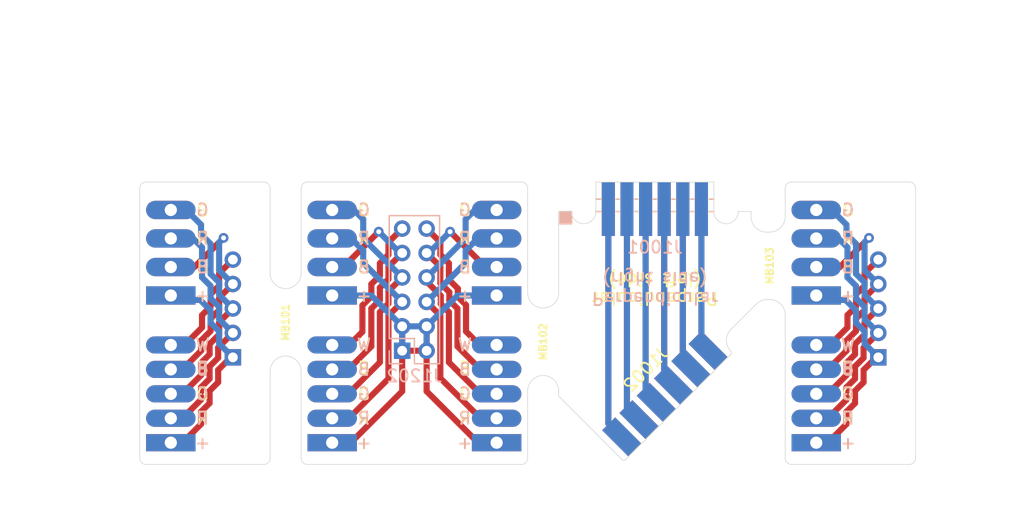
<source format=kicad_pcb>
(kicad_pcb (version 20171130) (host pcbnew 5.1.12-84ad8e8a86~92~ubuntu16.04.1)

  (general
    (thickness 1.6)
    (drawings 62)
    (tracks 271)
    (zones 0)
    (modules 19)
    (nets 32)
  )

  (page A4)
  (layers
    (0 F.Cu signal)
    (31 B.Cu signal)
    (32 B.Adhes user)
    (33 F.Adhes user)
    (34 B.Paste user)
    (35 F.Paste user)
    (36 B.SilkS user)
    (37 F.SilkS user)
    (38 B.Mask user)
    (39 F.Mask user)
    (40 Dwgs.User user)
    (41 Cmts.User user)
    (42 Eco1.User user)
    (43 Eco2.User user)
    (44 Edge.Cuts user)
    (45 Margin user)
    (46 B.CrtYd user)
    (47 F.CrtYd user)
    (48 B.Fab user hide)
    (49 F.Fab user hide)
  )

  (setup
    (last_trace_width 0.25)
    (trace_clearance 0.2)
    (zone_clearance 0.508)
    (zone_45_only no)
    (trace_min 0.2)
    (via_size 0.8)
    (via_drill 0.4)
    (via_min_size 0.4)
    (via_min_drill 0.3)
    (uvia_size 0.3)
    (uvia_drill 0.1)
    (uvias_allowed no)
    (uvia_min_size 0.2)
    (uvia_min_drill 0.1)
    (edge_width 0.05)
    (segment_width 0.2)
    (pcb_text_width 0.3)
    (pcb_text_size 1.5 1.5)
    (mod_edge_width 0.12)
    (mod_text_size 1 1)
    (mod_text_width 0.15)
    (pad_size 1.524 1.524)
    (pad_drill 0.762)
    (pad_to_mask_clearance 0)
    (aux_axis_origin 0 0)
    (visible_elements FFFFFF7F)
    (pcbplotparams
      (layerselection 0x010fc_ffffffff)
      (usegerberextensions false)
      (usegerberattributes true)
      (usegerberadvancedattributes true)
      (creategerberjobfile true)
      (excludeedgelayer true)
      (linewidth 0.100000)
      (plotframeref false)
      (viasonmask false)
      (mode 1)
      (useauxorigin false)
      (hpglpennumber 1)
      (hpglpenspeed 20)
      (hpglpendiameter 15.000000)
      (psnegative false)
      (psa4output false)
      (plotreference true)
      (plotvalue true)
      (plotinvisibletext false)
      (padsonsilk false)
      (subtractmaskfromsilk false)
      (outputformat 1)
      (mirror false)
      (drillshape 1)
      (scaleselection 1)
      (outputdirectory ""))
  )

  (net 0 "")
  (net 1 /Perpendicular/strip3_w_out)
  (net 2 /Perpendicular/strip3_b_out)
  (net 3 /Perpendicular/strip3_g_out)
  (net 4 /Perpendicular/strip3_r_out)
  (net 5 /Perpendicular/strip3_+12V_2)
  (net 6 /Perpendicular/strip2_w_out)
  (net 7 /Perpendicular/strip2_b_out)
  (net 8 /Perpendicular/strip2_g_out)
  (net 9 /Perpendicular/strip2_r_out)
  (net 10 /Perpendicular/strip2_+12V_2)
  (net 11 /Perpendicular/strip2_+12V_1)
  (net 12 /Perpendicular/strip3_+12V_1)
  (net 13 /LeftBoard/strip1_b_out)
  (net 14 /LeftBoard/strip1_r_out)
  (net 15 /LeftBoard/strip1_g_out)
  (net 16 /LeftBoard/12V+)
  (net 17 /LeftBoard/strip1_w_out)
  (net 18 /CenterBoard/strip2_b_out)
  (net 19 /CenterBoard/strip2_r_out)
  (net 20 /CenterBoard/strip2_g_out)
  (net 21 /CenterBoard/12V+)
  (net 22 /CenterBoard/strip2_w_out)
  (net 23 /CenterBoard/strip3_r_out)
  (net 24 /CenterBoard/strip3_g_out)
  (net 25 /CenterBoard/strip3_b_out)
  (net 26 /CenterBoard/strip3_w_out)
  (net 27 /RightBoard/12V+)
  (net 28 /RightBoard/strip4_r_out)
  (net 29 /RightBoard/strip4_g_out)
  (net 30 /RightBoard/strip4_b_out)
  (net 31 /RightBoard/strip4_w_out)

  (net_class Default "This is the default net class."
    (clearance 0.2)
    (trace_width 0.25)
    (via_dia 0.8)
    (via_drill 0.4)
    (uvia_dia 0.3)
    (uvia_drill 0.1)
    (add_net /CenterBoard/12V+)
    (add_net /CenterBoard/strip2_b_out)
    (add_net /CenterBoard/strip2_g_out)
    (add_net /CenterBoard/strip2_r_out)
    (add_net /CenterBoard/strip2_w_out)
    (add_net /CenterBoard/strip3_b_out)
    (add_net /CenterBoard/strip3_g_out)
    (add_net /CenterBoard/strip3_r_out)
    (add_net /CenterBoard/strip3_w_out)
    (add_net /LeftBoard/12V+)
    (add_net /LeftBoard/strip1_b_out)
    (add_net /LeftBoard/strip1_g_out)
    (add_net /LeftBoard/strip1_r_out)
    (add_net /LeftBoard/strip1_w_out)
    (add_net /Perpendicular/strip2_+12V_1)
    (add_net /Perpendicular/strip2_+12V_2)
    (add_net /Perpendicular/strip2_b_out)
    (add_net /Perpendicular/strip2_g_out)
    (add_net /Perpendicular/strip2_r_out)
    (add_net /Perpendicular/strip2_w_out)
    (add_net /Perpendicular/strip3_+12V_1)
    (add_net /Perpendicular/strip3_+12V_2)
    (add_net /Perpendicular/strip3_b_out)
    (add_net /Perpendicular/strip3_g_out)
    (add_net /Perpendicular/strip3_r_out)
    (add_net /Perpendicular/strip3_w_out)
    (add_net /RightBoard/12V+)
    (add_net /RightBoard/strip4_b_out)
    (add_net /RightBoard/strip4_g_out)
    (add_net /RightBoard/strip4_r_out)
    (add_net /RightBoard/strip4_w_out)
  )

  (module RGBW-Bar:PinHeader_2x06_P200mm_PCB_edge (layer F.Cu) (tedit 6178891D) (tstamp 63717D71)
    (at 129.527 79.2662 135)
    (path /637159B2/6178A2F7)
    (fp_text reference J1002 (at 3.996214 5.343252 225) (layer F.SilkS)
      (effects (font (size 1 1) (thickness 0.15)) (justify mirror))
    )
    (fp_text value Conn_02x06_Odd_Even (at -1.0497 4.821973 225) (layer F.Fab)
      (effects (font (size 1 1) (thickness 0.15)))
    )
    (pad 12 smd rect (at 1.5 10 135) (size 3 1.5) (layers F.Cu F.Mask)
      (net 6 /Perpendicular/strip2_w_out))
    (pad 10 smd rect (at 1.5 8 135) (size 3 1.5) (layers F.Cu F.Mask)
      (net 7 /Perpendicular/strip2_b_out))
    (pad 8 smd rect (at 1.5 6 135) (size 3 1.5) (layers F.Cu F.Mask)
      (net 8 /Perpendicular/strip2_g_out))
    (pad 6 smd rect (at 1.5 4 135) (size 3 1.5) (layers F.Cu F.Mask)
      (net 9 /Perpendicular/strip2_r_out))
    (pad 4 smd rect (at 1.5 2 135) (size 3 1.5) (layers F.Cu F.Mask)
      (net 10 /Perpendicular/strip2_+12V_2))
    (pad 2 smd rect (at 1.5 0 135) (size 3 1.5) (layers F.Cu F.Mask)
      (net 11 /Perpendicular/strip2_+12V_1))
    (pad 11 smd rect (at 1.5 10 135) (size 3 1.5) (layers B.Cu B.Mask)
      (net 1 /Perpendicular/strip3_w_out))
    (pad 9 smd rect (at 1.5 8 135) (size 3 1.5) (layers B.Cu B.Mask)
      (net 2 /Perpendicular/strip3_b_out))
    (pad 7 smd rect (at 1.5 6 135) (size 3 1.5) (layers B.Cu B.Mask)
      (net 3 /Perpendicular/strip3_g_out))
    (pad 5 smd rect (at 1.5 4 135) (size 3 1.5) (layers B.Cu B.Mask)
      (net 4 /Perpendicular/strip3_r_out))
    (pad 3 smd rect (at 1.5 2 135) (size 3 1.5) (layers B.Cu B.Mask)
      (net 5 /Perpendicular/strip3_+12V_2))
    (pad 1 smd rect (at 1.5 0 135) (size 3 1.5) (layers B.Cu B.Mask)
      (net 12 /Perpendicular/strip3_+12V_1))
  )

  (module RGBW-Bar:BRG-wire-solder-pads-R (layer F.Cu) (tedit 63712FBE) (tstamp 63717CFD)
    (at 91.567 66.6392 180)
    (descr "Through hole straight pin header, 1x05, 2.00mm pitch, single row")
    (tags "Through hole pin header THT 1x05 2.00mm single row")
    (path /6371595F/618B591A)
    (fp_text reference J1103 (at 0 8.524) (layer F.SilkS) hide
      (effects (font (size 1 1) (thickness 0.15)))
    )
    (fp_text value Strip1_BRG (at 0 9.56) (layer F.Fab)
      (effects (font (size 1 1) (thickness 0.15)))
    )
    (fp_line (start 2.5 -1.5) (end -2.5 -1.5) (layer F.CrtYd) (width 0.05))
    (fp_line (start 2.5 8.5) (end 2.5 -1.5) (layer F.CrtYd) (width 0.05))
    (fp_line (start -2.5 8.5) (end 2.5 8.5) (layer F.CrtYd) (width 0.05))
    (fp_line (start -2.5 -1.5) (end -2.5 8.5) (layer F.CrtYd) (width 0.05))
    (fp_line (start -2.5 -1) (end -2 -1.5) (layer F.Fab) (width 0.1))
    (fp_line (start -2.5 8.5) (end -2.5 -1) (layer F.Fab) (width 0.1))
    (fp_line (start 2.5 8.5) (end -2.5 8.5) (layer F.Fab) (width 0.1))
    (fp_line (start 2.5 -1.5) (end 2.5 8.5) (layer F.Fab) (width 0.1))
    (fp_line (start -2 -1.5) (end 2.5 -1.5) (layer F.Fab) (width 0.1))
    (fp_text user G (at -2.6 7) (layer F.SilkS)
      (effects (font (size 1 1) (thickness 0.15)))
    )
    (fp_text user R (at -2.6 4.67) (layer F.SilkS)
      (effects (font (size 1 1) (thickness 0.15)))
    )
    (fp_text user B (at -2.6 2.33) (layer F.SilkS)
      (effects (font (size 1 1) (thickness 0.15)))
    )
    (fp_text user + (at -2.6 0) (layer F.SilkS)
      (effects (font (size 1 1) (thickness 0.15)))
    )
    (fp_text user %R (at 0 3.5 90) (layer F.Fab)
      (effects (font (size 1 1) (thickness 0.15)))
    )
    (fp_text user + (at -2.6 0) (layer B.SilkS)
      (effects (font (size 1 1) (thickness 0.15)) (justify mirror))
    )
    (fp_text user B (at -2.6 2.33) (layer B.SilkS)
      (effects (font (size 1 1) (thickness 0.15)) (justify mirror))
    )
    (fp_text user R (at -2.6 4.67) (layer B.SilkS)
      (effects (font (size 1 1) (thickness 0.15)) (justify mirror))
    )
    (fp_text user G (at -2.6 7) (layer B.SilkS)
      (effects (font (size 1 1) (thickness 0.15)) (justify mirror))
    )
    (pad G thru_hole oval (at 0 7 180) (size 4.05 1.5) (drill 1) (layers *.Cu *.Mask)
      (net 15 /LeftBoard/strip1_g_out))
    (pad R thru_hole oval (at 0 4.67 180) (size 4.05 1.5) (drill 1) (layers *.Cu *.Mask)
      (net 14 /LeftBoard/strip1_r_out))
    (pad B thru_hole oval (at 0 2.33 180) (size 4.05 1.5) (drill 1) (layers *.Cu *.Mask)
      (net 13 /LeftBoard/strip1_b_out))
    (pad + thru_hole rect (at 0 0 180) (size 4.05 1.5) (drill 1) (layers *.Cu *.Mask)
      (net 16 /LeftBoard/12V+))
    (model ${KISYS3DMOD}/Connector_PinHeader_2.00mm.3dshapes/PinHeader_1x05_P2.00mm_Vertical.wrl
      (at (xyz 0 0 0))
      (scale (xyz 1 1 1))
      (rotate (xyz 0 0 0))
    )
  )

  (module RGBW-Bar:BRG-wire-solder-pads-R (layer F.Cu) (tedit 63712FBE) (tstamp 63717CE4)
    (at 104.775 66.6392 180)
    (descr "Through hole straight pin header, 1x05, 2.00mm pitch, single row")
    (tags "Through hole pin header THT 1x05 2.00mm single row")
    (path /6371587E/618A2D3B)
    (fp_text reference J1204 (at 0 8.524) (layer F.SilkS) hide
      (effects (font (size 1 1) (thickness 0.15)))
    )
    (fp_text value Strip2_BRG (at 0 9.56) (layer F.Fab)
      (effects (font (size 1 1) (thickness 0.15)))
    )
    (fp_line (start 2.5 -1.5) (end -2.5 -1.5) (layer F.CrtYd) (width 0.05))
    (fp_line (start 2.5 8.5) (end 2.5 -1.5) (layer F.CrtYd) (width 0.05))
    (fp_line (start -2.5 8.5) (end 2.5 8.5) (layer F.CrtYd) (width 0.05))
    (fp_line (start -2.5 -1.5) (end -2.5 8.5) (layer F.CrtYd) (width 0.05))
    (fp_line (start -2.5 -1) (end -2 -1.5) (layer F.Fab) (width 0.1))
    (fp_line (start -2.5 8.5) (end -2.5 -1) (layer F.Fab) (width 0.1))
    (fp_line (start 2.5 8.5) (end -2.5 8.5) (layer F.Fab) (width 0.1))
    (fp_line (start 2.5 -1.5) (end 2.5 8.5) (layer F.Fab) (width 0.1))
    (fp_line (start -2 -1.5) (end 2.5 -1.5) (layer F.Fab) (width 0.1))
    (fp_text user G (at -2.6 7) (layer F.SilkS)
      (effects (font (size 1 1) (thickness 0.15)))
    )
    (fp_text user R (at -2.6 4.67) (layer F.SilkS)
      (effects (font (size 1 1) (thickness 0.15)))
    )
    (fp_text user B (at -2.6 2.33) (layer F.SilkS)
      (effects (font (size 1 1) (thickness 0.15)))
    )
    (fp_text user + (at -2.6 0) (layer F.SilkS)
      (effects (font (size 1 1) (thickness 0.15)))
    )
    (fp_text user %R (at 0 3.5 90) (layer F.Fab)
      (effects (font (size 1 1) (thickness 0.15)))
    )
    (fp_text user + (at -2.6 0) (layer B.SilkS)
      (effects (font (size 1 1) (thickness 0.15)) (justify mirror))
    )
    (fp_text user B (at -2.6 2.33) (layer B.SilkS)
      (effects (font (size 1 1) (thickness 0.15)) (justify mirror))
    )
    (fp_text user R (at -2.6 4.67) (layer B.SilkS)
      (effects (font (size 1 1) (thickness 0.15)) (justify mirror))
    )
    (fp_text user G (at -2.6 7) (layer B.SilkS)
      (effects (font (size 1 1) (thickness 0.15)) (justify mirror))
    )
    (pad G thru_hole oval (at 0 7 180) (size 4.05 1.5) (drill 1) (layers *.Cu *.Mask)
      (net 20 /CenterBoard/strip2_g_out))
    (pad R thru_hole oval (at 0 4.67 180) (size 4.05 1.5) (drill 1) (layers *.Cu *.Mask)
      (net 19 /CenterBoard/strip2_r_out))
    (pad B thru_hole oval (at 0 2.33 180) (size 4.05 1.5) (drill 1) (layers *.Cu *.Mask)
      (net 18 /CenterBoard/strip2_b_out))
    (pad + thru_hole rect (at 0 0 180) (size 4.05 1.5) (drill 1) (layers *.Cu *.Mask)
      (net 21 /CenterBoard/12V+))
    (model ${KISYS3DMOD}/Connector_PinHeader_2.00mm.3dshapes/PinHeader_1x05_P2.00mm_Vertical.wrl
      (at (xyz 0 0 0))
      (scale (xyz 1 1 1))
      (rotate (xyz 0 0 0))
    )
  )

  (module RGBW-Bar:BRG-wire-solder-pads-R (layer F.Cu) (tedit 63712FBE) (tstamp 63717CCA)
    (at 144.399 66.6392 180)
    (descr "Through hole straight pin header, 1x05, 2.00mm pitch, single row")
    (tags "Through hole pin header THT 1x05 2.00mm single row")
    (path /637158E2/618BFD6C)
    (fp_text reference J1303 (at 0 -2.56) (layer F.SilkS) hide
      (effects (font (size 1 1) (thickness 0.15)))
    )
    (fp_text value Strip4_BRG (at 0 9.56) (layer F.Fab)
      (effects (font (size 1 1) (thickness 0.15)))
    )
    (fp_line (start 2.5 -1.5) (end -2.5 -1.5) (layer F.CrtYd) (width 0.05))
    (fp_line (start 2.5 8.5) (end 2.5 -1.5) (layer F.CrtYd) (width 0.05))
    (fp_line (start -2.5 8.5) (end 2.5 8.5) (layer F.CrtYd) (width 0.05))
    (fp_line (start -2.5 -1.5) (end -2.5 8.5) (layer F.CrtYd) (width 0.05))
    (fp_line (start -2.5 -1) (end -2 -1.5) (layer F.Fab) (width 0.1))
    (fp_line (start -2.5 8.5) (end -2.5 -1) (layer F.Fab) (width 0.1))
    (fp_line (start 2.5 8.5) (end -2.5 8.5) (layer F.Fab) (width 0.1))
    (fp_line (start 2.5 -1.5) (end 2.5 8.5) (layer F.Fab) (width 0.1))
    (fp_line (start -2 -1.5) (end 2.5 -1.5) (layer F.Fab) (width 0.1))
    (fp_text user G (at -2.6 7) (layer F.SilkS)
      (effects (font (size 1 1) (thickness 0.15)))
    )
    (fp_text user R (at -2.6 4.67) (layer F.SilkS)
      (effects (font (size 1 1) (thickness 0.15)))
    )
    (fp_text user B (at -2.6 2.33) (layer F.SilkS)
      (effects (font (size 1 1) (thickness 0.15)))
    )
    (fp_text user + (at -2.6 0) (layer F.SilkS)
      (effects (font (size 1 1) (thickness 0.15)))
    )
    (fp_text user %R (at 0 3.5 90) (layer F.Fab)
      (effects (font (size 1 1) (thickness 0.15)))
    )
    (fp_text user + (at -2.6 0) (layer B.SilkS)
      (effects (font (size 1 1) (thickness 0.15)) (justify mirror))
    )
    (fp_text user B (at -2.6 2.33) (layer B.SilkS)
      (effects (font (size 1 1) (thickness 0.15)) (justify mirror))
    )
    (fp_text user R (at -2.6 4.67) (layer B.SilkS)
      (effects (font (size 1 1) (thickness 0.15)) (justify mirror))
    )
    (fp_text user G (at -2.6 7) (layer B.SilkS)
      (effects (font (size 1 1) (thickness 0.15)) (justify mirror))
    )
    (pad G thru_hole oval (at 0 7 180) (size 4.05 1.5) (drill 1) (layers *.Cu *.Mask)
      (net 29 /RightBoard/strip4_g_out))
    (pad R thru_hole oval (at 0 4.67 180) (size 4.05 1.5) (drill 1) (layers *.Cu *.Mask)
      (net 28 /RightBoard/strip4_r_out))
    (pad B thru_hole oval (at 0 2.33 180) (size 4.05 1.5) (drill 1) (layers *.Cu *.Mask)
      (net 30 /RightBoard/strip4_b_out))
    (pad + thru_hole rect (at 0 0 180) (size 4.05 1.5) (drill 1) (layers *.Cu *.Mask)
      (net 27 /RightBoard/12V+))
    (model ${KISYS3DMOD}/Connector_PinHeader_2.00mm.3dshapes/PinHeader_1x05_P2.00mm_Vertical.wrl
      (at (xyz 0 0 0))
      (scale (xyz 1 1 1))
      (rotate (xyz 0 0 0))
    )
  )

  (module RGBW-Bar:BRG-wire-solder-pads-L (layer F.Cu) (tedit 6371308E) (tstamp 63717CB1)
    (at 118.237 66.6392 180)
    (descr "Through hole straight pin header, 1x05, 2.00mm pitch, single row")
    (tags "Through hole pin header THT 1x05 2.00mm single row")
    (path /6371587E/618AC9EE)
    (fp_text reference J1205 (at 0 8.524) (layer F.SilkS) hide
      (effects (font (size 1 1) (thickness 0.15)))
    )
    (fp_text value Strip3_BRG (at 0 9.56) (layer F.Fab)
      (effects (font (size 1 1) (thickness 0.15)))
    )
    (fp_line (start -2 -1.5) (end 2.5 -1.5) (layer F.Fab) (width 0.1))
    (fp_line (start 2.5 -1.5) (end 2.5 8.5) (layer F.Fab) (width 0.1))
    (fp_line (start 2.5 8.5) (end -2.5 8.5) (layer F.Fab) (width 0.1))
    (fp_line (start -2.5 8.5) (end -2.5 -1) (layer F.Fab) (width 0.1))
    (fp_line (start -2.5 -1) (end -2 -1.5) (layer F.Fab) (width 0.1))
    (fp_line (start -2.5 -1.5) (end -2.5 8.5) (layer F.CrtYd) (width 0.05))
    (fp_line (start -2.5 8.5) (end 2.5 8.5) (layer F.CrtYd) (width 0.05))
    (fp_line (start 2.5 8.5) (end 2.5 -1.5) (layer F.CrtYd) (width 0.05))
    (fp_line (start 2.5 -1.5) (end -2.5 -1.5) (layer F.CrtYd) (width 0.05))
    (fp_text user G (at 2.6 7) (layer F.SilkS)
      (effects (font (size 1 1) (thickness 0.15)))
    )
    (fp_text user R (at 2.6 4.67) (layer F.SilkS)
      (effects (font (size 1 1) (thickness 0.15)))
    )
    (fp_text user B (at 2.6 2.33) (layer F.SilkS)
      (effects (font (size 1 1) (thickness 0.15)))
    )
    (fp_text user + (at 2.6 0) (layer F.SilkS)
      (effects (font (size 1 1) (thickness 0.15)))
    )
    (fp_text user %R (at 0 4 90) (layer F.Fab)
      (effects (font (size 1 1) (thickness 0.15)))
    )
    (fp_text user G (at 2.6 7) (layer B.SilkS)
      (effects (font (size 1 1) (thickness 0.15)) (justify mirror))
    )
    (fp_text user + (at 2.6 0) (layer B.SilkS)
      (effects (font (size 1 1) (thickness 0.15)) (justify mirror))
    )
    (fp_text user B (at 2.6 2.33) (layer B.SilkS)
      (effects (font (size 1 1) (thickness 0.15)) (justify mirror))
    )
    (fp_text user R (at 2.6 4.67) (layer B.SilkS)
      (effects (font (size 1 1) (thickness 0.15)) (justify mirror))
    )
    (pad G thru_hole oval (at 0 7 180) (size 4.05 1.5) (drill 1) (layers *.Cu *.Mask)
      (net 24 /CenterBoard/strip3_g_out))
    (pad R thru_hole oval (at 0 4.67 180) (size 4.05 1.5) (drill 1) (layers *.Cu *.Mask)
      (net 23 /CenterBoard/strip3_r_out))
    (pad B thru_hole oval (at 0 2.33 180) (size 4.05 1.5) (drill 1) (layers *.Cu *.Mask)
      (net 25 /CenterBoard/strip3_b_out))
    (pad + thru_hole rect (at 0 0 180) (size 4.05 1.5) (drill 1) (layers *.Cu *.Mask)
      (net 21 /CenterBoard/12V+))
    (model ${KISYS3DMOD}/Connector_PinHeader_2.00mm.3dshapes/PinHeader_1x05_P2.00mm_Vertical.wrl
      (at (xyz 0 0 0))
      (scale (xyz 1 1 1))
      (rotate (xyz 0 0 0))
    )
  )

  (module RGBW-Bar:RGBW-wire-solder-pads-L (layer F.Cu) (tedit 6371311D) (tstamp 63717C95)
    (at 118.237 78.6892 180)
    (descr "Through hole straight pin header, 1x05, 2.00mm pitch, single row")
    (tags "Through hole pin header THT 1x05 2.00mm single row")
    (path /6371587E/61892900)
    (fp_text reference J1203 (at 0 9.525) (layer F.SilkS) hide
      (effects (font (size 1 1) (thickness 0.15)))
    )
    (fp_text value Strip3_RGBW (at 0 10.06) (layer F.Fab)
      (effects (font (size 1 1) (thickness 0.15)))
    )
    (fp_line (start 2.286 -1) (end -2.5 -1) (layer F.CrtYd) (width 0.05))
    (fp_line (start 2.286 9) (end 2.286 -1) (layer F.CrtYd) (width 0.05))
    (fp_line (start -2.5 9) (end 2.286 9) (layer F.CrtYd) (width 0.05))
    (fp_line (start -2.5 -1) (end -2.5 9) (layer F.CrtYd) (width 0.05))
    (fp_line (start -2.5 -0.5) (end -2 -1) (layer F.Fab) (width 0.1))
    (fp_line (start -2.5 9) (end -2.5 -0.5) (layer F.Fab) (width 0.1))
    (fp_line (start 2.5 9) (end -2.5 9) (layer F.Fab) (width 0.1))
    (fp_line (start 2.5 -1) (end 2.5 9) (layer F.Fab) (width 0.1))
    (fp_line (start -2 -1) (end 2.5 -1) (layer F.Fab) (width 0.1))
    (fp_text user W (at 2.6 8) (layer F.SilkS)
      (effects (font (size 1 1) (thickness 0.15)))
    )
    (fp_text user B (at 2.6 6.1) (layer F.SilkS)
      (effects (font (size 1 1) (thickness 0.15)))
    )
    (fp_text user G (at 2.6 4) (layer F.SilkS)
      (effects (font (size 1 1) (thickness 0.15)))
    )
    (fp_text user R (at 2.6 2) (layer F.SilkS)
      (effects (font (size 1 1) (thickness 0.15)))
    )
    (fp_text user + (at 2.6 0) (layer F.SilkS)
      (effects (font (size 1 1) (thickness 0.15)))
    )
    (fp_text user %R (at 0 4 90) (layer F.Fab)
      (effects (font (size 1 1) (thickness 0.15)))
    )
    (fp_text user + (at 2.6 0) (layer B.SilkS)
      (effects (font (size 1 1) (thickness 0.15)) (justify mirror))
    )
    (fp_text user R (at 2.6 2) (layer B.SilkS)
      (effects (font (size 1 1) (thickness 0.15)) (justify mirror))
    )
    (fp_text user G (at 2.6 4) (layer B.SilkS)
      (effects (font (size 1 1) (thickness 0.15)) (justify mirror))
    )
    (fp_text user B (at 2.6 6) (layer B.SilkS)
      (effects (font (size 1 1) (thickness 0.15)) (justify mirror))
    )
    (fp_text user W (at 2.6 8) (layer B.SilkS)
      (effects (font (size 1 1) (thickness 0.15)) (justify mirror))
    )
    (pad W thru_hole oval (at 0 8 180) (size 4.05 1.4) (drill 1) (layers *.Cu *.Mask)
      (net 26 /CenterBoard/strip3_w_out))
    (pad B thru_hole oval (at 0 6 180) (size 4.05 1.4) (drill 1) (layers *.Cu *.Mask)
      (net 25 /CenterBoard/strip3_b_out))
    (pad G thru_hole oval (at 0 4 180) (size 4.05 1.4) (drill 1) (layers *.Cu *.Mask)
      (net 24 /CenterBoard/strip3_g_out))
    (pad R thru_hole oval (at 0 2 180) (size 4.05 1.4) (drill 1) (layers *.Cu *.Mask)
      (net 23 /CenterBoard/strip3_r_out))
    (pad + thru_hole rect (at 0 0 180) (size 4.05 1.4) (drill 1) (layers *.Cu *.Mask)
      (net 21 /CenterBoard/12V+))
    (model ${KISYS3DMOD}/Connector_PinHeader_2.00mm.3dshapes/PinHeader_1x05_P2.00mm_Vertical.wrl
      (at (xyz 0 0 0))
      (scale (xyz 1 1 1))
      (rotate (xyz 0 0 0))
    )
  )

  (module RGBW-Bar:RGBW-wire-solder-pads-R (layer F.Cu) (tedit 6371316B) (tstamp 63717C79)
    (at 104.775 78.6892 180)
    (descr "Through hole straight pin header, 1x05, 2.00mm pitch, single row")
    (tags "Through hole pin header THT 1x05 2.00mm single row")
    (path /6371587E/6189334E)
    (fp_text reference J1201 (at 0 9.525) (layer F.SilkS) hide
      (effects (font (size 1 1) (thickness 0.15)))
    )
    (fp_text value strip2_RGBW (at 0 9.56) (layer F.Fab)
      (effects (font (size 1 1) (thickness 0.15)))
    )
    (fp_line (start -2.286 -1) (end -2.286 9) (layer F.CrtYd) (width 0.05))
    (fp_line (start -2.286 9) (end 2.5 9) (layer F.CrtYd) (width 0.05))
    (fp_line (start 2.5 9) (end 2.5 -1) (layer F.CrtYd) (width 0.05))
    (fp_line (start 2.5 -1) (end -2.286 -1) (layer F.CrtYd) (width 0.05))
    (fp_line (start -2 -1) (end 2.5 -1) (layer F.Fab) (width 0.1))
    (fp_line (start 2.5 -1) (end 2.5 9) (layer F.Fab) (width 0.1))
    (fp_line (start 2.5 9) (end -2.5 9) (layer F.Fab) (width 0.1))
    (fp_line (start -2.5 9) (end -2.5 -0.5) (layer F.Fab) (width 0.1))
    (fp_line (start -2.5 -0.5) (end -2 -1) (layer F.Fab) (width 0.1))
    (fp_text user B (at -2.6 6.1) (layer F.SilkS)
      (effects (font (size 1 1) (thickness 0.15)))
    )
    (fp_text user + (at -2.6 0) (layer F.SilkS)
      (effects (font (size 1 1) (thickness 0.15)))
    )
    (fp_text user W (at -2.6 8) (layer F.SilkS)
      (effects (font (size 1 1) (thickness 0.15)))
    )
    (fp_text user %R (at 0 4 90) (layer F.Fab)
      (effects (font (size 1 1) (thickness 0.15)))
    )
    (fp_text user G (at -2.6 4) (layer F.SilkS)
      (effects (font (size 1 1) (thickness 0.15)))
    )
    (fp_text user R (at -2.6 2) (layer F.SilkS)
      (effects (font (size 1 1) (thickness 0.15)))
    )
    (fp_text user W (at -2.6 8) (layer B.SilkS)
      (effects (font (size 1 1) (thickness 0.15)) (justify mirror))
    )
    (fp_text user R (at -2.6 2) (layer B.SilkS)
      (effects (font (size 1 1) (thickness 0.15)) (justify mirror))
    )
    (fp_text user B (at -2.6 6) (layer B.SilkS)
      (effects (font (size 1 1) (thickness 0.15)) (justify mirror))
    )
    (fp_text user G (at -2.6 4) (layer B.SilkS)
      (effects (font (size 1 1) (thickness 0.15)) (justify mirror))
    )
    (fp_text user + (at -2.6 0) (layer B.SilkS)
      (effects (font (size 1 1) (thickness 0.15)) (justify mirror))
    )
    (pad B thru_hole oval (at 0 6 180) (size 4.05 1.4) (drill 1) (layers *.Cu *.Mask)
      (net 18 /CenterBoard/strip2_b_out))
    (pad R thru_hole oval (at 0 2 180) (size 4.05 1.4) (drill 1) (layers *.Cu *.Mask)
      (net 19 /CenterBoard/strip2_r_out))
    (pad G thru_hole oval (at 0 4 180) (size 4.05 1.4) (drill 1) (layers *.Cu *.Mask)
      (net 20 /CenterBoard/strip2_g_out))
    (pad + thru_hole rect (at 0 0 180) (size 4.05 1.4) (drill 1) (layers *.Cu *.Mask)
      (net 21 /CenterBoard/12V+))
    (pad W thru_hole oval (at 0 8 180) (size 4.05 1.4) (drill 1) (layers *.Cu *.Mask)
      (net 22 /CenterBoard/strip2_w_out))
    (model ${KISYS3DMOD}/Connector_PinHeader_2.00mm.3dshapes/PinHeader_1x05_P2.00mm_Vertical.wrl
      (at (xyz 0 0 0))
      (scale (xyz 1 1 1))
      (rotate (xyz 0 0 0))
    )
  )

  (module Connector_PinHeader_2.00mm:PinHeader_2x06_P2.00mm_Vertical (layer B.Cu) (tedit 59FED667) (tstamp 63717C58)
    (at 110.506 71.1632)
    (descr "Through hole straight pin header, 2x06, 2.00mm pitch, double rows")
    (tags "Through hole pin header THT 2x06 2.00mm double row")
    (path /6371587E/618944C3)
    (fp_text reference J1202 (at 1 2.06 180) (layer B.SilkS)
      (effects (font (size 1 1) (thickness 0.15)) (justify mirror))
    )
    (fp_text value Conn_02x06_Odd_Even (at 3.921 -4.92 90) (layer B.Fab)
      (effects (font (size 1 1) (thickness 0.15)) (justify mirror))
    )
    (fp_line (start 0 1) (end 3 1) (layer B.Fab) (width 0.1))
    (fp_line (start 3 1) (end 3 -11) (layer B.Fab) (width 0.1))
    (fp_line (start 3 -11) (end -1 -11) (layer B.Fab) (width 0.1))
    (fp_line (start -1 -11) (end -1 0) (layer B.Fab) (width 0.1))
    (fp_line (start -1 0) (end 0 1) (layer B.Fab) (width 0.1))
    (fp_line (start -1.06 -11.06) (end 3.06 -11.06) (layer B.SilkS) (width 0.12))
    (fp_line (start -1.06 -1) (end -1.06 -11.06) (layer B.SilkS) (width 0.12))
    (fp_line (start 3.06 1.06) (end 3.06 -11.06) (layer B.SilkS) (width 0.12))
    (fp_line (start -1.06 -1) (end 1 -1) (layer B.SilkS) (width 0.12))
    (fp_line (start 1 -1) (end 1 1.06) (layer B.SilkS) (width 0.12))
    (fp_line (start 1 1.06) (end 3.06 1.06) (layer B.SilkS) (width 0.12))
    (fp_line (start -1.06 0) (end -1.06 1.06) (layer B.SilkS) (width 0.12))
    (fp_line (start -1.06 1.06) (end 0 1.06) (layer B.SilkS) (width 0.12))
    (fp_line (start -1.5 1.5) (end -1.5 -11.5) (layer B.CrtYd) (width 0.05))
    (fp_line (start -1.5 -11.5) (end 3.5 -11.5) (layer B.CrtYd) (width 0.05))
    (fp_line (start 3.5 -11.5) (end 3.5 1.5) (layer B.CrtYd) (width 0.05))
    (fp_line (start 3.5 1.5) (end -1.5 1.5) (layer B.CrtYd) (width 0.05))
    (fp_text user %R (at 1 -5 270) (layer B.Fab)
      (effects (font (size 1 1) (thickness 0.15)) (justify mirror))
    )
    (pad 1 thru_hole rect (at 0 0) (size 1.35 1.35) (drill 0.8) (layers *.Cu *.Mask)
      (net 21 /CenterBoard/12V+))
    (pad 2 thru_hole oval (at 2 0) (size 1.35 1.35) (drill 0.8) (layers *.Cu *.Mask)
      (net 21 /CenterBoard/12V+))
    (pad 3 thru_hole oval (at 0 -2) (size 1.35 1.35) (drill 0.8) (layers *.Cu *.Mask)
      (net 21 /CenterBoard/12V+))
    (pad 4 thru_hole oval (at 2 -2) (size 1.35 1.35) (drill 0.8) (layers *.Cu *.Mask)
      (net 21 /CenterBoard/12V+))
    (pad 5 thru_hole oval (at 0 -4) (size 1.35 1.35) (drill 0.8) (layers *.Cu *.Mask)
      (net 19 /CenterBoard/strip2_r_out))
    (pad 6 thru_hole oval (at 2 -4) (size 1.35 1.35) (drill 0.8) (layers *.Cu *.Mask)
      (net 23 /CenterBoard/strip3_r_out))
    (pad 7 thru_hole oval (at 0 -6) (size 1.35 1.35) (drill 0.8) (layers *.Cu *.Mask)
      (net 20 /CenterBoard/strip2_g_out))
    (pad 8 thru_hole oval (at 2 -6) (size 1.35 1.35) (drill 0.8) (layers *.Cu *.Mask)
      (net 24 /CenterBoard/strip3_g_out))
    (pad 9 thru_hole oval (at 0 -8) (size 1.35 1.35) (drill 0.8) (layers *.Cu *.Mask)
      (net 18 /CenterBoard/strip2_b_out))
    (pad 10 thru_hole oval (at 2 -8) (size 1.35 1.35) (drill 0.8) (layers *.Cu *.Mask)
      (net 25 /CenterBoard/strip3_b_out))
    (pad 11 thru_hole oval (at 0 -10) (size 1.35 1.35) (drill 0.8) (layers *.Cu *.Mask)
      (net 22 /CenterBoard/strip2_w_out))
    (pad 12 thru_hole oval (at 2 -10) (size 1.35 1.35) (drill 0.8) (layers *.Cu *.Mask)
      (net 26 /CenterBoard/strip3_w_out))
    (model ${KISYS3DMOD}/Connector_PinHeader_2.00mm.3dshapes/PinHeader_2x06_P2.00mm_Vertical.wrl
      (at (xyz 0 0 0))
      (scale (xyz 1 1 1))
      (rotate (xyz 0 0 0))
    )
  )

  (module RGBW-Bar:RGBW-wire-solder-pads-R (layer F.Cu) (tedit 6371316B) (tstamp 63717C3C)
    (at 91.567 78.6892 180)
    (descr "Through hole straight pin header, 1x05, 2.00mm pitch, single row")
    (tags "Through hole pin header THT 1x05 2.00mm single row")
    (path /6371595F/618B5913)
    (fp_text reference J1101 (at 0 9.525) (layer F.SilkS) hide
      (effects (font (size 1 1) (thickness 0.15)))
    )
    (fp_text value strip1_RGBW (at 0 9.56) (layer F.Fab)
      (effects (font (size 1 1) (thickness 0.15)))
    )
    (fp_line (start -2.286 -1) (end -2.286 9) (layer F.CrtYd) (width 0.05))
    (fp_line (start -2.286 9) (end 2.5 9) (layer F.CrtYd) (width 0.05))
    (fp_line (start 2.5 9) (end 2.5 -1) (layer F.CrtYd) (width 0.05))
    (fp_line (start 2.5 -1) (end -2.286 -1) (layer F.CrtYd) (width 0.05))
    (fp_line (start -2 -1) (end 2.5 -1) (layer F.Fab) (width 0.1))
    (fp_line (start 2.5 -1) (end 2.5 9) (layer F.Fab) (width 0.1))
    (fp_line (start 2.5 9) (end -2.5 9) (layer F.Fab) (width 0.1))
    (fp_line (start -2.5 9) (end -2.5 -0.5) (layer F.Fab) (width 0.1))
    (fp_line (start -2.5 -0.5) (end -2 -1) (layer F.Fab) (width 0.1))
    (fp_text user B (at -2.6 6.1) (layer F.SilkS)
      (effects (font (size 1 1) (thickness 0.15)))
    )
    (fp_text user + (at -2.6 0) (layer F.SilkS)
      (effects (font (size 1 1) (thickness 0.15)))
    )
    (fp_text user W (at -2.6 8) (layer F.SilkS)
      (effects (font (size 1 1) (thickness 0.15)))
    )
    (fp_text user %R (at 0 4 90) (layer F.Fab)
      (effects (font (size 1 1) (thickness 0.15)))
    )
    (fp_text user G (at -2.6 4) (layer F.SilkS)
      (effects (font (size 1 1) (thickness 0.15)))
    )
    (fp_text user R (at -2.6 2) (layer F.SilkS)
      (effects (font (size 1 1) (thickness 0.15)))
    )
    (fp_text user W (at -2.6 8) (layer B.SilkS)
      (effects (font (size 1 1) (thickness 0.15)) (justify mirror))
    )
    (fp_text user R (at -2.6 2) (layer B.SilkS)
      (effects (font (size 1 1) (thickness 0.15)) (justify mirror))
    )
    (fp_text user B (at -2.6 6) (layer B.SilkS)
      (effects (font (size 1 1) (thickness 0.15)) (justify mirror))
    )
    (fp_text user G (at -2.6 4) (layer B.SilkS)
      (effects (font (size 1 1) (thickness 0.15)) (justify mirror))
    )
    (fp_text user + (at -2.6 0) (layer B.SilkS)
      (effects (font (size 1 1) (thickness 0.15)) (justify mirror))
    )
    (pad B thru_hole oval (at 0 6 180) (size 4.05 1.4) (drill 1) (layers *.Cu *.Mask)
      (net 13 /LeftBoard/strip1_b_out))
    (pad R thru_hole oval (at 0 2 180) (size 4.05 1.4) (drill 1) (layers *.Cu *.Mask)
      (net 14 /LeftBoard/strip1_r_out))
    (pad G thru_hole oval (at 0 4 180) (size 4.05 1.4) (drill 1) (layers *.Cu *.Mask)
      (net 15 /LeftBoard/strip1_g_out))
    (pad + thru_hole rect (at 0 0 180) (size 4.05 1.4) (drill 1) (layers *.Cu *.Mask)
      (net 16 /LeftBoard/12V+))
    (pad W thru_hole oval (at 0 8 180) (size 4.05 1.4) (drill 1) (layers *.Cu *.Mask)
      (net 17 /LeftBoard/strip1_w_out))
    (model ${KISYS3DMOD}/Connector_PinHeader_2.00mm.3dshapes/PinHeader_1x05_P2.00mm_Vertical.wrl
      (at (xyz 0 0 0))
      (scale (xyz 1 1 1))
      (rotate (xyz 0 0 0))
    )
  )

  (module RGBW-Bar:PinHeader_1x05_P2.00mm_Vertical_no_silk (layer F.Cu) (tedit 637128DA) (tstamp 63717C2A)
    (at 149.479 71.7032 180)
    (descr "Through hole straight pin header, 1x05, 2.00mm pitch, single row")
    (tags "Through hole pin header THT 1x05 2.00mm single row")
    (path /637158E2/61891AC0)
    (fp_text reference J1301 (at 0 -2.06 unlocked) (layer F.SilkS) hide
      (effects (font (size 1 1) (thickness 0.15)))
    )
    (fp_text value Conn_01x05 (at 1.778 4.063 270) (layer F.Fab)
      (effects (font (size 1 1) (thickness 0.15)))
    )
    (fp_line (start -0.5 -1) (end 1 -1) (layer F.Fab) (width 0.1))
    (fp_line (start 1 -1) (end 1 9) (layer F.Fab) (width 0.1))
    (fp_line (start 1 9) (end -1 9) (layer F.Fab) (width 0.1))
    (fp_line (start -1 9) (end -1 -0.5) (layer F.Fab) (width 0.1))
    (fp_line (start -1 -0.5) (end -0.5 -1) (layer F.Fab) (width 0.1))
    (fp_line (start -1.5 -1.5) (end -1.5 9.5) (layer F.CrtYd) (width 0.05))
    (fp_line (start -1.5 9.5) (end 1.5 9.5) (layer F.CrtYd) (width 0.05))
    (fp_line (start 1.5 9.5) (end 1.5 -1.5) (layer F.CrtYd) (width 0.05))
    (fp_line (start 1.5 -1.5) (end -1.5 -1.5) (layer F.CrtYd) (width 0.05))
    (fp_text user %R (at 0 4 90) (layer F.Fab)
      (effects (font (size 1 1) (thickness 0.15)))
    )
    (pad 1 thru_hole rect (at 0 0 180) (size 1.35 1.35) (drill 0.8) (layers *.Cu *.Mask)
      (net 27 /RightBoard/12V+))
    (pad 2 thru_hole oval (at 0 2 180) (size 1.35 1.35) (drill 0.8) (layers *.Cu *.Mask)
      (net 28 /RightBoard/strip4_r_out))
    (pad 3 thru_hole oval (at 0 4 180) (size 1.35 1.35) (drill 0.8) (layers *.Cu *.Mask)
      (net 29 /RightBoard/strip4_g_out))
    (pad 4 thru_hole oval (at 0 6 180) (size 1.35 1.35) (drill 0.8) (layers *.Cu *.Mask)
      (net 30 /RightBoard/strip4_b_out))
    (pad 5 thru_hole oval (at 0 8 180) (size 1.35 1.35) (drill 0.8) (layers *.Cu *.Mask)
      (net 31 /RightBoard/strip4_w_out))
    (model ${KISYS3DMOD}/Connector_PinHeader_2.00mm.3dshapes/PinHeader_1x05_P2.00mm_Vertical.wrl
      (at (xyz 0 0 0))
      (scale (xyz 1 1 1))
      (rotate (xyz 0 0 0))
    )
  )

  (module RGBW-Bar:perpendicular_pcb_1mm_male_2x6 (layer B.Cu) (tedit 617EE8E5) (tstamp 63717BEF)
    (at 127.381 59.7662 270)
    (path /637159B2/61789538)
    (fp_text reference J1001 (at 2.921 -3.81 180) (layer B.SilkS)
      (effects (font (size 1 1) (thickness 0.15)) (justify mirror))
    )
    (fp_text value Conn_02x06_Odd_Even (at -3.175 -3.175 180) (layer B.Fab)
      (effects (font (size 1 1) (thickness 0.15)) (justify mirror))
    )
    (fp_line (start 0 -11.684) (end 0 -10.636) (layer Edge.Cuts) (width 0.05))
    (fp_poly (pts (xy 1.016 3) (xy 0 3) (xy 0 4.016) (xy 1.016 4.016)) (layer B.SilkS) (width 0.1))
    (fp_line (start -1.016 1.016) (end -1.016 0.635) (layer F.SilkS) (width 0.12))
    (fp_line (start -1.016 -0.635) (end -1.016 -0.889) (layer F.SilkS) (width 0.12))
    (fp_line (start -1.016 -2.159) (end -1.016 -2.413) (layer F.SilkS) (width 0.12))
    (fp_line (start -1.016 -3.683) (end -1.016 -3.937) (layer F.SilkS) (width 0.12))
    (fp_line (start -1.016 -5.207) (end -1.016 -5.461) (layer F.SilkS) (width 0.12))
    (fp_line (start -1.016 -6.731) (end -1.016 -6.985) (layer F.SilkS) (width 0.12))
    (fp_line (start -1.016 -8.255) (end -1.016 -8.636) (layer F.SilkS) (width 0.12))
    (fp_line (start 0 -8.255) (end 0 -8.636) (layer F.SilkS) (width 0.12))
    (fp_line (start 0 -6.731) (end 0 -6.985) (layer F.SilkS) (width 0.12))
    (fp_line (start 0 -5.207) (end 0 -5.461) (layer F.SilkS) (width 0.12))
    (fp_line (start 0 -3.683) (end 0 -3.937) (layer F.SilkS) (width 0.12))
    (fp_line (start 0 -2.159) (end 0 -2.413) (layer F.SilkS) (width 0.12))
    (fp_line (start 0 -0.635) (end 0 -0.889) (layer F.SilkS) (width 0.12))
    (fp_line (start 0 1.016) (end 0 0.635) (layer F.SilkS) (width 0.12))
    (fp_line (start 0 -8.255) (end 0 -8.636) (layer B.SilkS) (width 0.12))
    (fp_line (start -1.016 -8.255) (end -1.016 -8.636) (layer B.SilkS) (width 0.12))
    (fp_line (start -1.016 0.635) (end -1.016 1.016) (layer B.SilkS) (width 0.12))
    (fp_line (start -1.016 -0.889) (end -1.016 -0.635) (layer B.SilkS) (width 0.12))
    (fp_line (start -1.016 -2.413) (end -1.016 -2.159) (layer B.SilkS) (width 0.12))
    (fp_line (start -1.016 -3.937) (end -1.016 -3.683) (layer B.SilkS) (width 0.12))
    (fp_line (start -1.016 -5.461) (end -1.016 -5.207) (layer B.SilkS) (width 0.12))
    (fp_line (start -1.016 -6.985) (end -1.016 -6.731) (layer B.SilkS) (width 0.12))
    (fp_line (start 0 -6.731) (end 0 -6.985) (layer B.SilkS) (width 0.12))
    (fp_line (start 0 -5.207) (end 0 -5.461) (layer B.SilkS) (width 0.12))
    (fp_line (start 0 -3.683) (end 0 -3.937) (layer B.SilkS) (width 0.12))
    (fp_line (start 0 -2.159) (end 0 -2.413) (layer B.SilkS) (width 0.12))
    (fp_line (start 0 -0.635) (end 0 -0.889) (layer B.SilkS) (width 0.12))
    (fp_line (start 0 1.016) (end 0 0.635) (layer B.SilkS) (width 0.12))
    (fp_line (start 0 3.016) (end 0 4.064) (layer Edge.Cuts) (width 0.05))
    (fp_line (start -2.413 1.016) (end -2.413 -8.636) (layer Edge.Cuts) (width 0.05))
    (fp_line (start -2.413 -8.636) (end 0 -8.636) (layer Edge.Cuts) (width 0.05))
    (fp_line (start 0 1.016) (end -2.413 1.016) (layer Edge.Cuts) (width 0.05))
    (fp_line (start -2.159 0.889) (end 2.54 0.889) (layer B.CrtYd) (width 0.12))
    (fp_line (start 2.54 0.889) (end 2.54 -8.509) (layer B.CrtYd) (width 0.12))
    (fp_line (start 2.54 -8.509) (end -2.159 -8.509) (layer B.CrtYd) (width 0.12))
    (fp_line (start -2.159 -8.509) (end -2.159 0.889) (layer B.CrtYd) (width 0.12))
    (fp_line (start -2.159 0.889) (end 2.54 0.889) (layer F.CrtYd) (width 0.12))
    (fp_line (start 2.54 0.889) (end 2.54 -8.509) (layer F.CrtYd) (width 0.12))
    (fp_line (start 2.54 -8.509) (end -2.159 -8.509) (layer F.CrtYd) (width 0.12))
    (fp_line (start -2.159 -8.509) (end -2.159 0.889) (layer F.CrtYd) (width 0.12))
    (fp_arc (start 0 2.016) (end 0 1.016) (angle 180) (layer Edge.Cuts) (width 0.05))
    (fp_arc (start 0 -9.636) (end 0 -10.636) (angle 180) (layer Edge.Cuts) (width 0.05))
    (pad 11 smd rect (at -0.2065 -7.62 270) (size 4.413 1.07) (layers B.Cu B.Mask)
      (net 1 /Perpendicular/strip3_w_out))
    (pad 9 smd rect (at -0.2065 -6.096 270) (size 4.413 1.07) (layers B.Cu B.Mask)
      (net 2 /Perpendicular/strip3_b_out))
    (pad 7 smd rect (at -0.2065 -4.572 270) (size 4.413 1.07) (layers B.Cu B.Mask)
      (net 3 /Perpendicular/strip3_g_out))
    (pad 5 smd rect (at -0.2065 -3.048 270) (size 4.413 1.07) (layers B.Cu B.Mask)
      (net 4 /Perpendicular/strip3_r_out))
    (pad 3 smd rect (at -0.2065 -1.524 270) (size 4.413 1.07) (layers B.Cu B.Mask)
      (net 5 /Perpendicular/strip3_+12V_2))
    (pad 12 smd rect (at -0.2065 -7.62 270) (size 4.413 1.07) (layers F.Cu F.Mask)
      (net 6 /Perpendicular/strip2_w_out))
    (pad 10 smd rect (at -0.2065 -6.096 270) (size 4.413 1.07) (layers F.Cu F.Mask)
      (net 7 /Perpendicular/strip2_b_out))
    (pad 8 smd rect (at -0.2065 -4.572 270) (size 4.413 1.07) (layers F.Cu F.Mask)
      (net 8 /Perpendicular/strip2_g_out))
    (pad 6 smd rect (at -0.2065 -3.048 270) (size 4.413 1.07) (layers F.Cu F.Mask)
      (net 9 /Perpendicular/strip2_r_out))
    (pad 4 smd rect (at -0.2065 -1.524 270) (size 4.413 1.07) (layers F.Cu F.Mask)
      (net 10 /Perpendicular/strip2_+12V_2))
    (pad 2 smd rect (at -0.2065 0 270) (size 4.413 1.07) (layers F.Cu F.Mask)
      (net 11 /Perpendicular/strip2_+12V_1))
    (pad 1 smd rect (at -0.2065 0 270) (size 4.413 1.07) (layers B.Cu B.Mask)
      (net 12 /Perpendicular/strip3_+12V_1))
  )

  (module RGBW-Bar:MountingHole_3.2mm_Wall_0.8mm (layer F.Cu) (tedit 62B7872C) (tstamp 63717BD5)
    (at 96.647 77.0832 180)
    (descr "Mounting Hole 3.2mm, no annular, M3")
    (tags "mounting hole 3.2mm no annular m3")
    (path /6371595F/6189EC18)
    (attr virtual)
    (fp_text reference H1102 (at 0 -2.622) (layer F.SilkS) hide
      (effects (font (size 1 1) (thickness 0.15)))
    )
    (fp_text value MountingHole (at 0 4.2) (layer F.Fab) hide
      (effects (font (size 1 1) (thickness 0.15)))
    )
    (fp_circle (center 0 0) (end 2.4 0) (layer Cmts.User) (width 0.15))
    (fp_circle (center 0 0) (end 2.6 0) (layer F.CrtYd) (width 0.05))
    (fp_text user %R (at 0.3 0) (layer F.Fab)
      (effects (font (size 1 1) (thickness 0.15)))
    )
    (pad 1 np_thru_hole circle (at 0 0 180) (size 3.2 3.2) (drill 3.2) (layers *.Cu *.Mask))
  )

  (module RGBW-Bar:MountingHole_3.2mm_Wall_0.8mm (layer F.Cu) (tedit 62B7872C) (tstamp 63717BCE)
    (at 111.506 77.0382 180)
    (descr "Mounting Hole 3.2mm, no annular, M3")
    (tags "mounting hole 3.2mm no annular m3")
    (path /6371587E/6189C762)
    (attr virtual)
    (fp_text reference H1204 (at 0 -2.54) (layer F.SilkS) hide
      (effects (font (size 1 1) (thickness 0.15)))
    )
    (fp_text value MountingHole (at 0 4.2) (layer F.Fab) hide
      (effects (font (size 1 1) (thickness 0.15)))
    )
    (fp_circle (center 0 0) (end 2.4 0) (layer Cmts.User) (width 0.15))
    (fp_circle (center 0 0) (end 2.6 0) (layer F.CrtYd) (width 0.05))
    (fp_text user %R (at 0.3 0) (layer F.Fab)
      (effects (font (size 1 1) (thickness 0.15)))
    )
    (pad 1 np_thru_hole circle (at 0 0 180) (size 3.2 3.2) (drill 3.2) (layers *.Cu *.Mask))
  )

  (module RGBW-Bar:RGBW-wire-solder-pads-R (layer F.Cu) (tedit 6371316B) (tstamp 63717BB2)
    (at 144.399 78.6892 180)
    (descr "Through hole straight pin header, 1x05, 2.00mm pitch, single row")
    (tags "Through hole pin header THT 1x05 2.00mm single row")
    (path /637158E2/618BFD61)
    (fp_text reference J1302 (at 0 -2.56) (layer F.SilkS) hide
      (effects (font (size 1 1) (thickness 0.15)))
    )
    (fp_text value Strip4_RGBW (at 0 9.56) (layer F.Fab)
      (effects (font (size 1 1) (thickness 0.15)))
    )
    (fp_line (start -2.286 -1) (end -2.286 9) (layer F.CrtYd) (width 0.05))
    (fp_line (start -2.286 9) (end 2.5 9) (layer F.CrtYd) (width 0.05))
    (fp_line (start 2.5 9) (end 2.5 -1) (layer F.CrtYd) (width 0.05))
    (fp_line (start 2.5 -1) (end -2.286 -1) (layer F.CrtYd) (width 0.05))
    (fp_line (start -2 -1) (end 2.5 -1) (layer F.Fab) (width 0.1))
    (fp_line (start 2.5 -1) (end 2.5 9) (layer F.Fab) (width 0.1))
    (fp_line (start 2.5 9) (end -2.5 9) (layer F.Fab) (width 0.1))
    (fp_line (start -2.5 9) (end -2.5 -0.5) (layer F.Fab) (width 0.1))
    (fp_line (start -2.5 -0.5) (end -2 -1) (layer F.Fab) (width 0.1))
    (fp_text user B (at -2.6 6.1) (layer F.SilkS)
      (effects (font (size 1 1) (thickness 0.15)))
    )
    (fp_text user + (at -2.6 0) (layer F.SilkS)
      (effects (font (size 1 1) (thickness 0.15)))
    )
    (fp_text user W (at -2.6 8) (layer F.SilkS)
      (effects (font (size 1 1) (thickness 0.15)))
    )
    (fp_text user %R (at 0 4 90) (layer F.Fab)
      (effects (font (size 1 1) (thickness 0.15)))
    )
    (fp_text user G (at -2.6 4) (layer F.SilkS)
      (effects (font (size 1 1) (thickness 0.15)))
    )
    (fp_text user R (at -2.6 2) (layer F.SilkS)
      (effects (font (size 1 1) (thickness 0.15)))
    )
    (fp_text user W (at -2.6 8) (layer B.SilkS)
      (effects (font (size 1 1) (thickness 0.15)) (justify mirror))
    )
    (fp_text user R (at -2.6 2) (layer B.SilkS)
      (effects (font (size 1 1) (thickness 0.15)) (justify mirror))
    )
    (fp_text user B (at -2.6 6) (layer B.SilkS)
      (effects (font (size 1 1) (thickness 0.15)) (justify mirror))
    )
    (fp_text user G (at -2.6 4) (layer B.SilkS)
      (effects (font (size 1 1) (thickness 0.15)) (justify mirror))
    )
    (fp_text user + (at -2.6 0) (layer B.SilkS)
      (effects (font (size 1 1) (thickness 0.15)) (justify mirror))
    )
    (pad B thru_hole oval (at 0 6 180) (size 4.05 1.4) (drill 1) (layers *.Cu *.Mask)
      (net 30 /RightBoard/strip4_b_out))
    (pad R thru_hole oval (at 0 2 180) (size 4.05 1.4) (drill 1) (layers *.Cu *.Mask)
      (net 28 /RightBoard/strip4_r_out))
    (pad G thru_hole oval (at 0 4 180) (size 4.05 1.4) (drill 1) (layers *.Cu *.Mask)
      (net 29 /RightBoard/strip4_g_out))
    (pad + thru_hole rect (at 0 0 180) (size 4.05 1.4) (drill 1) (layers *.Cu *.Mask)
      (net 27 /RightBoard/12V+))
    (pad W thru_hole oval (at 0 8 180) (size 4.05 1.4) (drill 1) (layers *.Cu *.Mask)
      (net 31 /RightBoard/strip4_w_out))
    (model ${KISYS3DMOD}/Connector_PinHeader_2.00mm.3dshapes/PinHeader_1x05_P2.00mm_Vertical.wrl
      (at (xyz 0 0 0))
      (scale (xyz 1 1 1))
      (rotate (xyz 0 0 0))
    )
  )

  (module RGBW-Bar:MountingHole_3.2mm_Wall_0.8mm (layer F.Cu) (tedit 62B7872C) (tstamp 63717BAB)
    (at 149.479 77.0832)
    (descr "Mounting Hole 3.2mm, no annular, M3")
    (tags "mounting hole 3.2mm no annular m3")
    (path /637158E2/6189E531)
    (attr virtual)
    (fp_text reference H1301 (at 0 -4.2) (layer F.SilkS) hide
      (effects (font (size 1 1) (thickness 0.15)))
    )
    (fp_text value MountingHole (at 0 4.2) (layer F.Fab)
      (effects (font (size 1 1) (thickness 0.15)))
    )
    (fp_circle (center 0 0) (end 2.4 0) (layer Cmts.User) (width 0.15))
    (fp_circle (center 0 0) (end 2.6 0) (layer F.CrtYd) (width 0.05))
    (fp_text user %R (at 0.3 0) (layer F.Fab)
      (effects (font (size 1 1) (thickness 0.15)))
    )
    (pad 1 np_thru_hole circle (at 0 0) (size 3.2 3.2) (drill 3.2) (layers *.Cu *.Mask))
  )

  (module RGBW-Bar:PinHeader_1x05_P2.00mm_Vertical_no_silk (layer B.Cu) (tedit 637128DA) (tstamp 63717B99)
    (at 96.647 71.7032)
    (descr "Through hole straight pin header, 1x05, 2.00mm pitch, single row")
    (tags "Through hole pin header THT 1x05 2.00mm single row")
    (path /6371595F/6188E385)
    (fp_text reference J1102 (at 0 2.06 180 unlocked) (layer B.SilkS) hide
      (effects (font (size 1 1) (thickness 0.15)) (justify mirror))
    )
    (fp_text value Conn_01x05 (at 1.778 -4.063 90) (layer B.Fab)
      (effects (font (size 1 1) (thickness 0.15)) (justify mirror))
    )
    (fp_line (start -0.5 1) (end 1 1) (layer B.Fab) (width 0.1))
    (fp_line (start 1 1) (end 1 -9) (layer B.Fab) (width 0.1))
    (fp_line (start 1 -9) (end -1 -9) (layer B.Fab) (width 0.1))
    (fp_line (start -1 -9) (end -1 0.5) (layer B.Fab) (width 0.1))
    (fp_line (start -1 0.5) (end -0.5 1) (layer B.Fab) (width 0.1))
    (fp_line (start -1.5 1.5) (end -1.5 -9.5) (layer B.CrtYd) (width 0.05))
    (fp_line (start -1.5 -9.5) (end 1.5 -9.5) (layer B.CrtYd) (width 0.05))
    (fp_line (start 1.5 -9.5) (end 1.5 1.5) (layer B.CrtYd) (width 0.05))
    (fp_line (start 1.5 1.5) (end -1.5 1.5) (layer B.CrtYd) (width 0.05))
    (fp_text user %R (at 0 -4 270) (layer B.Fab)
      (effects (font (size 1 1) (thickness 0.15)) (justify mirror))
    )
    (pad 1 thru_hole rect (at 0 0) (size 1.35 1.35) (drill 0.8) (layers *.Cu *.Mask)
      (net 16 /LeftBoard/12V+))
    (pad 2 thru_hole oval (at 0 -2) (size 1.35 1.35) (drill 0.8) (layers *.Cu *.Mask)
      (net 14 /LeftBoard/strip1_r_out))
    (pad 3 thru_hole oval (at 0 -4) (size 1.35 1.35) (drill 0.8) (layers *.Cu *.Mask)
      (net 15 /LeftBoard/strip1_g_out))
    (pad 4 thru_hole oval (at 0 -6) (size 1.35 1.35) (drill 0.8) (layers *.Cu *.Mask)
      (net 13 /LeftBoard/strip1_b_out))
    (pad 5 thru_hole oval (at 0 -8) (size 1.35 1.35) (drill 0.8) (layers *.Cu *.Mask)
      (net 17 /LeftBoard/strip1_w_out))
    (model ${KISYS3DMOD}/Connector_PinHeader_2.00mm.3dshapes/PinHeader_1x05_P2.00mm_Vertical.wrl
      (at (xyz 0 0 0))
      (scale (xyz 1 1 1))
      (rotate (xyz 0 0 0))
    )
  )

  (module RGBW-Bar:MouseBit (layer F.Cu) (tedit 62B7841F) (tstamp 6371F3AD)
    (at 100.965 68.834 90)
    (path /63720963)
    (fp_text reference MB101 (at 0 0 90) (layer F.SilkS)
      (effects (font (size 0.6 0.6) (thickness 0.15)))
    )
    (fp_text value MouseBit (at 0 0 90) (layer F.Fab)
      (effects (font (size 0.8 0.8) (thickness 0.15)))
    )
    (fp_line (start -4.03 1.27) (end -4.445 1.27) (layer Edge.Cuts) (width 0.05))
    (fp_line (start -4.03 -1.27) (end -4.445 -1.27) (layer Edge.Cuts) (width 0.05))
    (fp_line (start 4.03 -1.27) (end 4.445 -1.27) (layer Edge.Cuts) (width 0.05))
    (fp_line (start 4.03 1.27) (end 4.445 1.27) (layer Edge.Cuts) (width 0.05))
    (fp_arc (start -4.03 0) (end -4.03 1.27) (angle -180) (layer Edge.Cuts) (width 0.05))
    (fp_arc (start 4.03 0) (end 4.03 -1.27) (angle -180) (layer Edge.Cuts) (width 0.05))
    (pad "" np_thru_hole circle (at 0 0.87 90) (size 0.8 0.8) (drill 0.8) (layers *.Cu *.Mask))
    (pad "" np_thru_hole circle (at -1.1 0.87 90) (size 0.8 0.8) (drill 0.8) (layers *.Cu *.Mask))
    (pad "" np_thru_hole circle (at -2.2 0.87 90) (size 0.8 0.8) (drill 0.8) (layers *.Cu *.Mask))
    (pad "" np_thru_hole circle (at 1.1 0.87 90) (size 0.8 0.8) (drill 0.8) (layers *.Cu *.Mask))
    (pad "" np_thru_hole circle (at 2.2 0.87 90) (size 0.8 0.8) (drill 0.8) (layers *.Cu *.Mask))
    (pad "" np_thru_hole circle (at 1.1 -0.87 270) (size 0.8 0.8) (drill 0.8) (layers *.Cu *.Mask))
    (pad "" np_thru_hole circle (at -2.2 -0.87 270) (size 0.8 0.8) (drill 0.8) (layers *.Cu *.Mask))
    (pad "" np_thru_hole circle (at -1.1 -0.87 270) (size 0.8 0.8) (drill 0.8) (layers *.Cu *.Mask))
    (pad "" np_thru_hole circle (at 2.2 -0.87 270) (size 0.8 0.8) (drill 0.8) (layers *.Cu *.Mask))
    (pad "" np_thru_hole circle (at 0 -0.87 270) (size 0.8 0.8) (drill 0.8) (layers *.Cu *.Mask))
  )

  (module RGBW-Bar:MouseBit (layer F.Cu) (tedit 62B7841F) (tstamp 6371F3C1)
    (at 122.047 70.4292 90)
    (path /63720AA6)
    (fp_text reference MB102 (at 0 0 90) (layer F.SilkS)
      (effects (font (size 0.6 0.6) (thickness 0.15)))
    )
    (fp_text value MouseBit (at 0 0 90) (layer F.Fab)
      (effects (font (size 0.8 0.8) (thickness 0.15)))
    )
    (fp_line (start 4.03 1.27) (end 4.445 1.27) (layer Edge.Cuts) (width 0.05))
    (fp_line (start 4.03 -1.27) (end 4.445 -1.27) (layer Edge.Cuts) (width 0.05))
    (fp_line (start -4.03 -1.27) (end -4.445 -1.27) (layer Edge.Cuts) (width 0.05))
    (fp_line (start -4.03 1.27) (end -4.445 1.27) (layer Edge.Cuts) (width 0.05))
    (fp_arc (start 4.03 0) (end 4.03 -1.27) (angle -180) (layer Edge.Cuts) (width 0.05))
    (fp_arc (start -4.03 0) (end -4.03 1.27) (angle -180) (layer Edge.Cuts) (width 0.05))
    (pad "" np_thru_hole circle (at 0 -0.87 270) (size 0.8 0.8) (drill 0.8) (layers *.Cu *.Mask))
    (pad "" np_thru_hole circle (at 2.2 -0.87 270) (size 0.8 0.8) (drill 0.8) (layers *.Cu *.Mask))
    (pad "" np_thru_hole circle (at -1.1 -0.87 270) (size 0.8 0.8) (drill 0.8) (layers *.Cu *.Mask))
    (pad "" np_thru_hole circle (at -2.2 -0.87 270) (size 0.8 0.8) (drill 0.8) (layers *.Cu *.Mask))
    (pad "" np_thru_hole circle (at 1.1 -0.87 270) (size 0.8 0.8) (drill 0.8) (layers *.Cu *.Mask))
    (pad "" np_thru_hole circle (at 2.2 0.87 90) (size 0.8 0.8) (drill 0.8) (layers *.Cu *.Mask))
    (pad "" np_thru_hole circle (at 1.1 0.87 90) (size 0.8 0.8) (drill 0.8) (layers *.Cu *.Mask))
    (pad "" np_thru_hole circle (at -2.2 0.87 90) (size 0.8 0.8) (drill 0.8) (layers *.Cu *.Mask))
    (pad "" np_thru_hole circle (at -1.1 0.87 90) (size 0.8 0.8) (drill 0.8) (layers *.Cu *.Mask))
    (pad "" np_thru_hole circle (at 0 0.87 90) (size 0.8 0.8) (drill 0.8) (layers *.Cu *.Mask))
  )

  (module RGBW-Bar:MouseBit_modified1 (layer F.Cu) (tedit 617EA0A5) (tstamp 6371FA2F)
    (at 140.589 64.2092 90)
    (path /63720D12)
    (fp_text reference MB103 (at 0 0 90) (layer F.SilkS)
      (effects (font (size 0.6 0.6) (thickness 0.15)))
    )
    (fp_text value MouseBit (at 0 -2.54 90) (layer F.Fab)
      (effects (font (size 1 1) (thickness 0.15)))
    )
    (fp_line (start -3.131974 -1.0922) (end -3.302 -1.27) (layer Edge.Cuts) (width 0.05))
    (fp_line (start -2.76 0) (end -2.76 -0.194174) (layer Edge.Cuts) (width 0.05))
    (fp_line (start 2.76 -0.254) (end 2.76 0) (layer Edge.Cuts) (width 0.05))
    (fp_line (start 4.03 1.27) (end 4.445 1.27) (layer Edge.Cuts) (width 0.05))
    (fp_line (start 4.03 -1.524) (end 4.445 -1.524) (layer Edge.Cuts) (width 0.05))
    (fp_line (start -4.03 1.27) (end -4.445 1.27) (layer Edge.Cuts) (width 0.05))
    (fp_arc (start -4.03 -0.194174) (end -2.76 -0.194174) (angle -45) (layer Edge.Cuts) (width 0.05))
    (fp_arc (start 4.03 -0.254) (end 4.03 -1.524) (angle -90) (layer Edge.Cuts) (width 0.05))
    (fp_arc (start 4.03 0) (end 2.76 0) (angle -90) (layer Edge.Cuts) (width 0.05))
    (fp_arc (start -4.03 0) (end -4.03 1.27) (angle -90) (layer Edge.Cuts) (width 0.05))
    (pad "" np_thru_hole circle (at 0 -1.124 270) (size 0.8 0.8) (drill 0.8) (layers *.Cu *.Mask))
    (pad "" np_thru_hole circle (at 2.2 -1.124 270) (size 0.8 0.8) (drill 0.8) (layers *.Cu *.Mask))
    (pad "" np_thru_hole circle (at -1.1 -1.124 270) (size 0.8 0.8) (drill 0.8) (layers *.Cu *.Mask))
    (pad "" np_thru_hole circle (at -2.2 -1.124 270) (size 0.8 0.8) (drill 0.8) (layers *.Cu *.Mask))
    (pad "" np_thru_hole circle (at 1.1 -1.124 270) (size 0.8 0.8) (drill 0.8) (layers *.Cu *.Mask))
    (pad "" np_thru_hole circle (at 2.2 0.87 90) (size 0.8 0.8) (drill 0.8) (layers *.Cu *.Mask))
    (pad "" np_thru_hole circle (at 1.1 0.87 90) (size 0.8 0.8) (drill 0.8) (layers *.Cu *.Mask))
    (pad "" np_thru_hole circle (at -2.2 0.87 90) (size 0.8 0.8) (drill 0.8) (layers *.Cu *.Mask))
    (pad "" np_thru_hole circle (at -1.1 0.87 90) (size 0.8 0.8) (drill 0.8) (layers *.Cu *.Mask))
    (pad "" np_thru_hole circle (at 0 0.87 90) (size 0.8 0.8) (drill 0.8) (layers *.Cu *.Mask))
  )

  (dimension 19.7358 (width 0.15) (layer Dwgs.User)
    (gr_text "19,736 mm" (at 160.05 67.2211 270) (layer Dwgs.User)
      (effects (font (size 1 1) (thickness 0.15)))
    )
    (feature1 (pts (xy 153.67 77.089) (xy 159.336421 77.089)))
    (feature2 (pts (xy 153.67 57.3532) (xy 159.336421 57.3532)))
    (crossbar (pts (xy 158.75 57.3532) (xy 158.75 77.089)))
    (arrow1a (pts (xy 158.75 77.089) (xy 158.163579 75.962496)))
    (arrow1b (pts (xy 158.75 77.089) (xy 159.336421 75.962496)))
    (arrow2a (pts (xy 158.75 57.3532) (xy 158.163579 58.479704)))
    (arrow2b (pts (xy 158.75 57.3532) (xy 159.336421 58.479704)))
  )
  (dimension 7.62 (width 0.15) (layer Dwgs.User)
    (gr_text "7,620 mm" (at 92.837 85.981707) (layer Dwgs.User)
      (effects (font (size 1 1) (thickness 0.15)))
    )
    (feature1 (pts (xy 96.647 81.28) (xy 96.647 85.268128)))
    (feature2 (pts (xy 89.027 81.28) (xy 89.027 85.268128)))
    (crossbar (pts (xy 89.027 84.681707) (xy 96.647 84.681707)))
    (arrow1a (pts (xy 96.647 84.681707) (xy 95.520496 85.268128)))
    (arrow1b (pts (xy 96.647 84.681707) (xy 95.520496 84.095286)))
    (arrow2a (pts (xy 89.027 84.681707) (xy 90.153504 85.268128)))
    (arrow2b (pts (xy 89.027 84.681707) (xy 90.153504 84.095286)))
  )
  (dimension 63.5 (width 0.15) (layer Dwgs.User)
    (gr_text "63,500 mm" (at 120.777 43.15) (layer Dwgs.User)
      (effects (font (size 1 1) (thickness 0.15)))
    )
    (feature1 (pts (xy 152.527 56.515) (xy 152.527 43.863579)))
    (feature2 (pts (xy 89.027 56.515) (xy 89.027 43.863579)))
    (crossbar (pts (xy 89.027 44.45) (xy 152.527 44.45)))
    (arrow1a (pts (xy 152.527 44.45) (xy 151.400496 45.036421)))
    (arrow1b (pts (xy 152.527 44.45) (xy 151.400496 43.863579)))
    (arrow2a (pts (xy 89.027 44.45) (xy 90.153504 45.036421)))
    (arrow2b (pts (xy 89.027 44.45) (xy 90.153504 43.863579)))
  )
  (dimension 23.114 (width 0.15) (layer Dwgs.User)
    (gr_text "23,114 mm" (at 81.25 68.9102 270) (layer Dwgs.User)
      (effects (font (size 1 1) (thickness 0.15)))
    )
    (feature1 (pts (xy 88.265 80.4672) (xy 81.963579 80.4672)))
    (feature2 (pts (xy 88.265 57.3532) (xy 81.963579 57.3532)))
    (crossbar (pts (xy 82.55 57.3532) (xy 82.55 80.4672)))
    (arrow1a (pts (xy 82.55 80.4672) (xy 81.963579 79.340696)))
    (arrow1b (pts (xy 82.55 80.4672) (xy 83.136421 79.340696)))
    (arrow2a (pts (xy 82.55 57.3532) (xy 81.963579 58.479704)))
    (arrow2b (pts (xy 82.55 57.3532) (xy 83.136421 58.479704)))
  )
  (dimension 10.668 (width 0.15) (layer Dwgs.User)
    (gr_text "10,668 mm" (at 147.193 48.23) (layer Dwgs.User)
      (effects (font (size 1 1) (thickness 0.15)))
    )
    (feature1 (pts (xy 152.527 56.515) (xy 152.527 48.943579)))
    (feature2 (pts (xy 141.859 56.515) (xy 141.859 48.943579)))
    (crossbar (pts (xy 141.859 49.53) (xy 152.527 49.53)))
    (arrow1a (pts (xy 152.527 49.53) (xy 151.400496 50.116421)))
    (arrow1b (pts (xy 152.527 49.53) (xy 151.400496 48.943579)))
    (arrow2a (pts (xy 141.859 49.53) (xy 142.985504 50.116421)))
    (arrow2b (pts (xy 141.859 49.53) (xy 142.985504 48.943579)))
  )
  (dimension 15.748 (width 0.15) (layer Dwgs.User)
    (gr_text "15,748 mm" (at 131.191 48.229789) (layer Dwgs.User)
      (effects (font (size 1 1) (thickness 0.15)))
    )
    (feature1 (pts (xy 139.065 59.055) (xy 139.065 48.943368)))
    (feature2 (pts (xy 123.317 59.055) (xy 123.317 48.943368)))
    (crossbar (pts (xy 123.317 49.529789) (xy 139.065 49.529789)))
    (arrow1a (pts (xy 139.065 49.529789) (xy 137.938496 50.11621)))
    (arrow1b (pts (xy 139.065 49.529789) (xy 137.938496 48.943368)))
    (arrow2a (pts (xy 123.317 49.529789) (xy 124.443504 50.11621)))
    (arrow2b (pts (xy 123.317 49.529789) (xy 124.443504 48.943368)))
  )
  (dimension 18.542 (width 0.15) (layer Dwgs.User)
    (gr_text "18,542 mm" (at 111.506 48.23) (layer Dwgs.User)
      (effects (font (size 1 1) (thickness 0.15)))
    )
    (feature1 (pts (xy 120.777 56.515) (xy 120.777 48.943579)))
    (feature2 (pts (xy 102.235 56.515) (xy 102.235 48.943579)))
    (crossbar (pts (xy 102.235 49.53) (xy 120.777 49.53)))
    (arrow1a (pts (xy 120.777 49.53) (xy 119.650496 50.116421)))
    (arrow1b (pts (xy 120.777 49.53) (xy 119.650496 48.943579)))
    (arrow2a (pts (xy 102.235 49.53) (xy 103.361504 50.116421)))
    (arrow2b (pts (xy 102.235 49.53) (xy 103.361504 48.943579)))
  )
  (dimension 10.668 (width 0.15) (layer Dwgs.User)
    (gr_text "10,668 mm" (at 94.361 48.23) (layer Dwgs.User)
      (effects (font (size 1 1) (thickness 0.15)))
    )
    (feature1 (pts (xy 99.695 56.515) (xy 99.695 48.943579)))
    (feature2 (pts (xy 89.027 56.515) (xy 89.027 48.943579)))
    (crossbar (pts (xy 89.027 49.53) (xy 99.695 49.53)))
    (arrow1a (pts (xy 99.695 49.53) (xy 98.568496 50.116421)))
    (arrow1b (pts (xy 99.695 49.53) (xy 98.568496 48.943579)))
    (arrow2a (pts (xy 89.027 49.53) (xy 90.153504 50.116421)))
    (arrow2b (pts (xy 89.027 49.53) (xy 90.153504 48.943579)))
  )
  (gr_line (start 89.535 57.3532) (end 99.187 57.3532) (layer Edge.Cuts) (width 0.05) (tstamp 63717D4E))
  (gr_line (start 102.743 57.3532) (end 120.269 57.3532) (layer Edge.Cuts) (width 0.05) (tstamp 63717D4D))
  (gr_line (start 120.777 74.8792) (end 120.777 79.9592) (layer Edge.Cuts) (width 0.05) (tstamp 63717D4C))
  (gr_line (start 89.027 79.9592) (end 89.027 57.8612) (layer Edge.Cuts) (width 0.05) (tstamp 63717D4B))
  (gr_line (start 99.695 57.8612) (end 99.695 64.389) (layer Edge.Cuts) (width 0.05) (tstamp 63717D49))
  (gr_line (start 99.695 73.279) (end 99.695 79.9592) (layer Edge.Cuts) (width 0.05) (tstamp 63717D48))
  (gr_line (start 102.235 73.279) (end 102.235 79.9592) (layer Edge.Cuts) (width 0.05) (tstamp 63717D47))
  (gr_line (start 102.743 80.4672) (end 120.269 80.4672) (layer Edge.Cuts) (width 0.05) (tstamp 63717D46))
  (gr_line (start 102.235 64.389) (end 102.235 57.8612) (layer Edge.Cuts) (width 0.05) (tstamp 63717D44))
  (gr_line (start 120.777 57.8612) (end 120.777 65.9892) (layer Edge.Cuts) (width 0.05) (tstamp 63717D43))
  (gr_line (start 123.317 59.7662) (end 123.317 65.9892) (layer Edge.Cuts) (width 0.05) (tstamp 63717D42))
  (gr_line (start 89.535 80.4672) (end 99.187 80.4672) (layer Edge.Cuts) (width 0.05) (tstamp 63717D41))
  (gr_line (start 141.859 59.7662) (end 141.859 57.8612) (layer Edge.Cuts) (width 0.05) (tstamp 63717D40))
  (gr_line (start 142.367 57.3532) (end 152.019 57.3532) (layer Edge.Cuts) (width 0.05) (tstamp 63717D3F))
  (gr_line (start 152.527 57.8612) (end 152.527 79.9592) (layer Edge.Cuts) (width 0.05) (tstamp 63717D3E))
  (gr_line (start 141.859 68.6562) (end 141.859 79.9592) (layer Edge.Cuts) (width 0.05) (tstamp 63717D3D))
  (gr_line (start 151.892 80.4672) (end 152.019 80.4672) (layer Edge.Cuts) (width 0.05) (tstamp 63717D3C))
  (gr_line (start 151.892 80.4672) (end 142.367 80.4672) (layer Edge.Cuts) (width 0.05) (tstamp 63717D3B))
  (gr_text "(right side)" (at 131.191 65.2272 180) (layer B.SilkS) (tstamp 63717D3A)
    (effects (font (size 1 1) (thickness 0.15)) (justify mirror))
  )
  (gr_text "(left side)" (at 131.191 65.3542 180) (layer F.SilkS) (tstamp 63717D39)
    (effects (font (size 1 1) (thickness 0.15)))
  )
  (gr_text Perpendicular (at 131.191 66.8782 180) (layer B.SilkS) (tstamp 63717D38)
    (effects (font (size 1 1) (thickness 0.15)) (justify mirror))
  )
  (gr_text Perpendicular (at 131.191 66.8782 180) (layer F.SilkS) (tstamp 63717D37)
    (effects (font (size 1 1) (thickness 0.15)))
  )
  (gr_arc (start 89.535 79.9592) (end 89.027 79.9592) (angle -90) (layer Edge.Cuts) (width 0.05) (tstamp 63717D36))
  (gr_arc (start 89.535 57.8612) (end 89.535 57.3532) (angle -90) (layer Edge.Cuts) (width 0.05) (tstamp 63717D35))
  (gr_arc (start 99.187 57.8612) (end 99.695 57.8612) (angle -90) (layer Edge.Cuts) (width 0.05) (tstamp 63717D34))
  (gr_arc (start 99.187 79.9592) (end 99.187 80.4672) (angle -90) (layer Edge.Cuts) (width 0.05) (tstamp 63717D33))
  (gr_arc (start 102.743 79.9592) (end 102.235 79.9592) (angle -90) (layer Edge.Cuts) (width 0.05) (tstamp 63717D32))
  (gr_arc (start 102.743 57.8612) (end 102.743 57.3532) (angle -90) (layer Edge.Cuts) (width 0.05) (tstamp 63717D31))
  (gr_arc (start 120.269 57.8612) (end 120.777 57.8612) (angle -90) (layer Edge.Cuts) (width 0.05) (tstamp 63717D30))
  (gr_arc (start 120.269 79.9592) (end 120.269 80.4672) (angle -90) (layer Edge.Cuts) (width 0.05) (tstamp 63717D2F))
  (gr_arc (start 142.367 57.8612) (end 142.367 57.3532) (angle -90) (layer Edge.Cuts) (width 0.05) (tstamp 63717D2E))
  (gr_arc (start 152.019 57.8612) (end 152.527 57.8612) (angle -90) (layer Edge.Cuts) (width 0.05) (tstamp 63717D2D))
  (gr_arc (start 142.367 79.9592) (end 141.859 79.9592) (angle -90) (layer Edge.Cuts) (width 0.05) (tstamp 63717D2C))
  (gr_arc (start 152.019 79.9592) (end 152.019 80.4672) (angle -90) (layer Edge.Cuts) (width 0.05) (tstamp 63717D2B))
  (gr_line (start 128.777999 80.086199) (end 137.413999 71.450199) (layer Edge.Cuts) (width 0.05) (tstamp 63717D2A))
  (gr_line (start 123.317 74.8792) (end 128.524 80.0862) (layer Edge.Cuts) (width 0.05) (tstamp 63717D29))
  (gr_line (start 139.319 67.5132) (end 137.414 69.4182) (layer Edge.Cuts) (width 0.05) (tstamp 63717D28))
  (gr_arc (start 138.303 70.3072) (end 137.414 69.4182) (angle -90) (layer Edge.Cuts) (width 0.05) (tstamp 63717D27))
  (gr_arc (start 128.651 79.9592) (end 128.524001 80.086199) (angle -90) (layer Edge.Cuts) (width 0.05) (tstamp 63717D26))
  (gr_arc (start 137.287 71.3232) (end 137.413999 71.450199) (angle -90) (layer Edge.Cuts) (width 0.05) (tstamp 63717D25))
  (gr_text + (at 94.167 78.6892) (layer B.SilkS) (tstamp 63717D24)
    (effects (font (size 1 1) (thickness 0.15)) (justify mirror))
  )
  (gr_text B (at 94.167 72.5892) (layer B.SilkS) (tstamp 63717D23)
    (effects (font (size 1 1) (thickness 0.15)) (justify mirror))
  )
  (gr_text G (at 94.167 74.6892) (layer B.SilkS) (tstamp 63717D22)
    (effects (font (size 1 1) (thickness 0.15)) (justify mirror))
  )
  (gr_text R (at 94.167 76.6892) (layer B.SilkS) (tstamp 63717D21)
    (effects (font (size 1 1) (thickness 0.15)) (justify mirror))
  )
  (gr_text W (at 94.167 70.6892) (layer B.SilkS) (tstamp 63717D20)
    (effects (font (size 1 1) (thickness 0.15)) (justify mirror))
  )
  (gr_text + (at 146.999 66.6392) (layer B.SilkS) (tstamp 63717D1F)
    (effects (font (size 1 1) (thickness 0.15)) (justify mirror))
  )
  (gr_text B (at 146.999 64.3092) (layer B.SilkS) (tstamp 63717D1E)
    (effects (font (size 1 1) (thickness 0.15)) (justify mirror))
  )
  (gr_text G (at 146.999 59.6392) (layer B.SilkS) (tstamp 63717D1D)
    (effects (font (size 1 1) (thickness 0.15)) (justify mirror))
  )
  (gr_text R (at 146.999 61.9692) (layer B.SilkS) (tstamp 63717D1C)
    (effects (font (size 1 1) (thickness 0.15)) (justify mirror))
  )
  (gr_text W (at 146.999 70.6892) (layer B.SilkS) (tstamp 63717D1B)
    (effects (font (size 1 1) (thickness 0.15)) (justify mirror))
  )
  (gr_text + (at 146.999 78.6892) (layer B.SilkS) (tstamp 63717D1A)
    (effects (font (size 1 1) (thickness 0.15)) (justify mirror))
  )
  (gr_text R (at 146.999 76.6892) (layer B.SilkS) (tstamp 63717D19)
    (effects (font (size 1 1) (thickness 0.15)) (justify mirror))
  )
  (gr_text B (at 146.999 72.5892) (layer B.SilkS) (tstamp 63717D18)
    (effects (font (size 1 1) (thickness 0.15)) (justify mirror))
  )
  (gr_text G (at 146.999 74.6892) (layer B.SilkS) (tstamp 63717D17)
    (effects (font (size 1 1) (thickness 0.15)) (justify mirror))
  )

  (segment (start 135.001 70.598064) (end 135.537408 71.134472) (width 0.5) (layer B.Cu) (net 1) (tstamp 63717DB8))
  (segment (start 135.001 59.2582) (end 135.001 70.598064) (width 0.5) (layer B.Cu) (net 1) (tstamp 63717DB9))
  (segment (start 133.477 71.902492) (end 134.123194 72.548686) (width 0.5) (layer B.Cu) (net 2) (tstamp 63717DBA))
  (segment (start 133.477 59.2582) (end 133.477 71.902492) (width 0.5) (layer B.Cu) (net 2) (tstamp 63717DBB))
  (segment (start 131.953 73.206918) (end 132.708981 73.962899) (width 0.5) (layer B.Cu) (net 3) (tstamp 63717DBE))
  (segment (start 131.953 59.2582) (end 131.953 73.206918) (width 0.5) (layer B.Cu) (net 3) (tstamp 63717DBF))
  (segment (start 130.429 74.511346) (end 131.294767 75.377113) (width 0.5) (layer B.Cu) (net 4) (tstamp 63717DBC))
  (segment (start 130.429 59.2582) (end 130.429 74.511346) (width 0.5) (layer B.Cu) (net 4) (tstamp 63717DBD))
  (segment (start 128.905 75.815773) (end 129.880553 76.791326) (width 0.5) (layer B.Cu) (net 5) (tstamp 63717DC0))
  (segment (start 128.905 59.2582) (end 128.905 75.815773) (width 0.5) (layer B.Cu) (net 5) (tstamp 63717DC1))
  (segment (start 135.001 70.598064) (end 135.537408 71.134472) (width 0.5) (layer F.Cu) (net 6) (tstamp 63717DC2))
  (segment (start 135.001 59.2582) (end 135.001 70.598064) (width 0.5) (layer F.Cu) (net 6) (tstamp 63717DC3))
  (segment (start 133.477 71.902492) (end 134.123194 72.548686) (width 0.5) (layer F.Cu) (net 7) (tstamp 63717DC4))
  (segment (start 133.477 59.2582) (end 133.477 71.902492) (width 0.5) (layer F.Cu) (net 7) (tstamp 63717DC5))
  (segment (start 131.953 73.206918) (end 132.708981 73.962899) (width 0.5) (layer F.Cu) (net 8) (tstamp 63717DC8))
  (segment (start 131.953 59.2582) (end 131.953 73.206918) (width 0.5) (layer F.Cu) (net 8) (tstamp 63717DC9))
  (segment (start 130.429 74.511346) (end 131.294767 75.377113) (width 0.5) (layer F.Cu) (net 9) (tstamp 63717DC6))
  (segment (start 130.429 59.2582) (end 130.429 74.511346) (width 0.5) (layer F.Cu) (net 9) (tstamp 63717DC7))
  (segment (start 128.905 75.815773) (end 129.880553 76.791326) (width 0.5) (layer F.Cu) (net 10) (tstamp 63717DCA))
  (segment (start 128.905 59.2582) (end 128.905 75.815773) (width 0.5) (layer F.Cu) (net 10) (tstamp 63717DCB))
  (segment (start 127.381 77.1202) (end 128.46634 78.20554) (width 0.5) (layer F.Cu) (net 11) (tstamp 63717DCC))
  (segment (start 127.381 59.2582) (end 127.381 77.1202) (width 0.5) (layer F.Cu) (net 11) (tstamp 63717DCD))
  (segment (start 127.381 77.1202) (end 128.46634 78.20554) (width 0.5) (layer B.Cu) (net 12) (tstamp 63717DCE))
  (segment (start 127.381 59.2582) (end 127.381 77.1202) (width 0.5) (layer B.Cu) (net 12) (tstamp 63717DCF))
  (segment (start 96.647 65.7032) (end 95.521999 66.828201) (width 0.5) (layer F.Cu) (net 13) (tstamp 63717E02))
  (segment (start 94.04201 70.328266) (end 94.04201 71.165549) (width 0.5) (layer F.Cu) (net 13) (tstamp 63717E03))
  (segment (start 94.821989 69.548287) (end 94.04201 70.328266) (width 0.5) (layer F.Cu) (net 13) (tstamp 63717E04))
  (segment (start 94.04201 71.165549) (end 92.518359 72.6892) (width 0.5) (layer F.Cu) (net 13) (tstamp 63717E05))
  (segment (start 94.821989 68.538248) (end 94.821989 69.548287) (width 0.5) (layer F.Cu) (net 13) (tstamp 63717E06))
  (segment (start 92.518359 72.6892) (end 91.567 72.6892) (width 0.5) (layer F.Cu) (net 13) (tstamp 63717E07))
  (segment (start 95.521999 66.828201) (end 95.521999 67.838239) (width 0.5) (layer F.Cu) (net 13) (tstamp 63717E08))
  (segment (start 95.521999 67.838239) (end 94.821989 68.538248) (width 0.5) (layer F.Cu) (net 13) (tstamp 63717E09))
  (segment (start 96.647 65.7032) (end 95.521999 64.578199) (width 0.5) (layer B.Cu) (net 13) (tstamp 63717E0A))
  (via (at 95.885 61.9252) (size 0.8) (drill 0.4) (layers F.Cu B.Cu) (net 13) (tstamp 63717E0B))
  (segment (start 95.521999 62.288201) (end 95.885 61.9252) (width 0.5) (layer B.Cu) (net 13) (tstamp 63717E0C))
  (segment (start 95.521999 64.578199) (end 95.521999 62.288201) (width 0.5) (layer B.Cu) (net 13) (tstamp 63717E0D))
  (segment (start 93.501 64.3092) (end 91.567 64.3092) (width 0.5) (layer F.Cu) (net 13) (tstamp 63717E0E))
  (segment (start 95.885 61.9252) (end 93.501 64.3092) (width 0.5) (layer F.Cu) (net 13) (tstamp 63717E0F))
  (segment (start 92.518359 76.6892) (end 94.04201 75.165549) (width 0.5) (layer F.Cu) (net 14) (tstamp 63717DF0))
  (segment (start 95.44203 71.745455) (end 95.44203 70.90817) (width 0.5) (layer F.Cu) (net 14) (tstamp 63717DF1))
  (segment (start 95.44203 70.90817) (end 96.647 69.7032) (width 0.5) (layer F.Cu) (net 14) (tstamp 63717DF2))
  (segment (start 94.74202 73.455502) (end 94.74202 72.445464) (width 0.5) (layer F.Cu) (net 14) (tstamp 63717DF3))
  (segment (start 94.74202 72.445464) (end 95.44203 71.745455) (width 0.5) (layer F.Cu) (net 14) (tstamp 63717DF4))
  (segment (start 94.04201 74.155511) (end 94.74202 73.455502) (width 0.5) (layer F.Cu) (net 14) (tstamp 63717DF5))
  (segment (start 94.04201 75.165549) (end 94.04201 74.155511) (width 0.5) (layer F.Cu) (net 14) (tstamp 63717DF6))
  (segment (start 91.567 76.6892) (end 92.518359 76.6892) (width 0.5) (layer F.Cu) (net 14) (tstamp 63717DF7))
  (segment (start 91.567 61.9692) (end 93.262 61.9692) (width 0.5) (layer B.Cu) (net 14) (tstamp 63717DF8))
  (segment (start 93.135 61.9692) (end 91.567 61.9692) (width 0.5) (layer B.Cu) (net 14) (tstamp 63717DF9))
  (segment (start 93.389 61.9692) (end 91.567 61.9692) (width 0.5) (layer B.Cu) (net 14) (tstamp 63717DFA))
  (segment (start 94.121983 62.702183) (end 93.389 61.9692) (width 0.5) (layer B.Cu) (net 14) (tstamp 63717DFB))
  (segment (start 94.121983 65.158107) (end 94.121983 62.702183) (width 0.5) (layer B.Cu) (net 14) (tstamp 63717DFC))
  (segment (start 96.647 69.7032) (end 95.521999 68.578199) (width 0.5) (layer B.Cu) (net 14) (tstamp 63717DFD))
  (segment (start 94.821989 65.858113) (end 94.121983 65.158107) (width 0.5) (layer B.Cu) (net 14) (tstamp 63717DFE))
  (segment (start 95.521999 68.578199) (end 95.521999 67.568161) (width 0.5) (layer B.Cu) (net 14) (tstamp 63717DFF))
  (segment (start 95.521999 67.568161) (end 94.821989 66.868152) (width 0.5) (layer B.Cu) (net 14) (tstamp 63717E00))
  (segment (start 94.821989 66.868152) (end 94.821989 65.858113) (width 0.5) (layer B.Cu) (net 14) (tstamp 63717E01))
  (segment (start 95.521999 69.838239) (end 95.521999 68.828201) (width 0.5) (layer F.Cu) (net 15) (tstamp 63717DE0))
  (segment (start 94.04201 72.155511) (end 94.74202 71.455502) (width 0.5) (layer F.Cu) (net 15) (tstamp 63717DE1))
  (segment (start 95.521999 68.828201) (end 96.647 67.7032) (width 0.5) (layer F.Cu) (net 15) (tstamp 63717DE2))
  (segment (start 92.518359 74.6892) (end 94.04201 73.165549) (width 0.5) (layer F.Cu) (net 15) (tstamp 63717DE3))
  (segment (start 94.04201 73.165549) (end 94.04201 72.155511) (width 0.5) (layer F.Cu) (net 15) (tstamp 63717DE4))
  (segment (start 91.567 74.6892) (end 92.518359 74.6892) (width 0.5) (layer F.Cu) (net 15) (tstamp 63717DE5))
  (segment (start 94.74202 71.455502) (end 94.74202 70.618218) (width 0.5) (layer F.Cu) (net 15) (tstamp 63717DE6))
  (segment (start 94.74202 70.618218) (end 95.521999 69.838239) (width 0.5) (layer F.Cu) (net 15) (tstamp 63717DE7))
  (segment (start 96.647 67.7032) (end 95.521999 66.578199) (width 0.5) (layer B.Cu) (net 15) (tstamp 63717DE8))
  (segment (start 95.521999 66.578199) (end 95.521999 65.568161) (width 0.5) (layer B.Cu) (net 15) (tstamp 63717DE9))
  (segment (start 95.521999 65.568161) (end 94.821991 64.868153) (width 0.5) (layer B.Cu) (net 15) (tstamp 63717DEA))
  (segment (start 94.821991 64.868153) (end 94.821991 62.412229) (width 0.5) (layer B.Cu) (net 15) (tstamp 63717DEB))
  (segment (start 94.821991 62.412229) (end 94.04201 61.632248) (width 0.5) (layer B.Cu) (net 15) (tstamp 63717DEC))
  (segment (start 94.04201 61.632248) (end 94.04201 60.84421) (width 0.5) (layer B.Cu) (net 15) (tstamp 63717DED))
  (segment (start 92.837 59.6392) (end 91.567 59.6392) (width 0.5) (layer B.Cu) (net 15) (tstamp 63717DEE))
  (segment (start 94.04201 60.84421) (end 92.837 59.6392) (width 0.5) (layer B.Cu) (net 15) (tstamp 63717DEF))
  (segment (start 92.518359 78.6892) (end 94.04201 77.165549) (width 0.5) (layer F.Cu) (net 16) (tstamp 63717DD0))
  (segment (start 91.567 78.6892) (end 92.518359 78.6892) (width 0.5) (layer F.Cu) (net 16) (tstamp 63717DD1))
  (segment (start 94.04201 76.155511) (end 94.74202 75.455502) (width 0.5) (layer F.Cu) (net 16) (tstamp 63717DD2))
  (segment (start 94.04201 77.165549) (end 94.04201 76.155511) (width 0.5) (layer F.Cu) (net 16) (tstamp 63717DD3))
  (segment (start 94.74202 74.445464) (end 95.44203 73.745455) (width 0.5) (layer F.Cu) (net 16) (tstamp 63717DD4))
  (segment (start 94.74202 75.455502) (end 94.74202 74.445464) (width 0.5) (layer F.Cu) (net 16) (tstamp 63717DD5))
  (segment (start 95.44203 73.745455) (end 95.44203 72.735417) (width 0.5) (layer F.Cu) (net 16) (tstamp 63717DD6))
  (segment (start 96.474247 71.7032) (end 96.647 71.7032) (width 0.5) (layer F.Cu) (net 16) (tstamp 63717DD7))
  (segment (start 95.44203 72.735417) (end 96.474247 71.7032) (width 0.5) (layer F.Cu) (net 16) (tstamp 63717DD8))
  (segment (start 96.647 71.7032) (end 95.521999 70.578199) (width 0.5) (layer B.Cu) (net 16) (tstamp 63717DD9))
  (segment (start 95.521999 69.568161) (end 94.821989 68.868152) (width 0.5) (layer B.Cu) (net 16) (tstamp 63717DDA))
  (segment (start 95.521999 70.578199) (end 95.521999 69.568161) (width 0.5) (layer B.Cu) (net 16) (tstamp 63717DDB))
  (segment (start 94.821989 68.868152) (end 94.821989 67.858115) (width 0.5) (layer B.Cu) (net 16) (tstamp 63717DDC))
  (segment (start 94.821989 67.858115) (end 93.969074 67.0052) (width 0.5) (layer B.Cu) (net 16) (tstamp 63717DDD))
  (segment (start 91.933 67.0052) (end 91.567 66.6392) (width 0.5) (layer B.Cu) (net 16) (tstamp 63717DDE))
  (segment (start 93.969074 67.0052) (end 91.933 67.0052) (width 0.5) (layer B.Cu) (net 16) (tstamp 63717DDF))
  (segment (start 96.647 63.7032) (end 95.521999 64.828201) (width 0.5) (layer F.Cu) (net 17) (tstamp 63717E10))
  (segment (start 94.121979 68.248295) (end 94.121979 69.258335) (width 0.5) (layer F.Cu) (net 17) (tstamp 63717E11))
  (segment (start 94.121979 69.258335) (end 92.691114 70.6892) (width 0.5) (layer F.Cu) (net 17) (tstamp 63717E12))
  (segment (start 92.691114 70.6892) (end 91.567 70.6892) (width 0.5) (layer F.Cu) (net 17) (tstamp 63717E13))
  (segment (start 94.821989 66.538248) (end 94.821989 67.548286) (width 0.5) (layer F.Cu) (net 17) (tstamp 63717E14))
  (segment (start 94.821989 67.548286) (end 94.121979 68.248295) (width 0.5) (layer F.Cu) (net 17) (tstamp 63717E15))
  (segment (start 95.521999 64.828201) (end 95.521999 65.838239) (width 0.5) (layer F.Cu) (net 17) (tstamp 63717E16))
  (segment (start 95.521999 65.838239) (end 94.821989 66.538248) (width 0.5) (layer F.Cu) (net 17) (tstamp 63717E17))
  (segment (start 110.506 63.1632) (end 110.482 63.1872) (width 0.5) (layer F.Cu) (net 18) (tstamp 63717E3C))
  (segment (start 110.482 63.1872) (end 109.380999 64.288201) (width 0.5) (layer F.Cu) (net 18) (tstamp 63717E3D))
  (segment (start 107.980979 67.708295) (end 107.980979 70.808221) (width 0.5) (layer F.Cu) (net 18) (tstamp 63717E3E))
  (segment (start 107.980979 70.808221) (end 106.1 72.6892) (width 0.5) (layer F.Cu) (net 18) (tstamp 63717E3F))
  (segment (start 106.1 72.6892) (end 104.775 72.6892) (width 0.5) (layer F.Cu) (net 18) (tstamp 63717E40))
  (segment (start 108.680989 65.998248) (end 108.680989 67.008286) (width 0.5) (layer F.Cu) (net 18) (tstamp 63717E41))
  (segment (start 108.680989 67.008286) (end 107.980979 67.708295) (width 0.5) (layer F.Cu) (net 18) (tstamp 63717E42))
  (segment (start 109.380999 64.288201) (end 109.380999 65.298239) (width 0.5) (layer F.Cu) (net 18) (tstamp 63717E43))
  (segment (start 109.380999 65.298239) (end 108.680989 65.998248) (width 0.5) (layer F.Cu) (net 18) (tstamp 63717E44))
  (segment (start 105.693 64.3092) (end 108.585 61.4172) (width 0.5) (layer F.Cu) (net 18) (tstamp 63717E45))
  (segment (start 110.506 63.1632) (end 110.331 63.1632) (width 0.5) (layer B.Cu) (net 18) (tstamp 63717E46))
  (segment (start 110.331 63.1632) (end 108.585 61.4172) (width 0.5) (layer B.Cu) (net 18) (tstamp 63717E47))
  (segment (start 104.775 64.3092) (end 105.693 64.3092) (width 0.5) (layer F.Cu) (net 18) (tstamp 63717E48))
  (via (at 108.585 61.4172) (size 0.8) (drill 0.4) (layers F.Cu B.Cu) (net 18) (tstamp 63717E49))
  (segment (start 110.506 67.1632) (end 110.506 67.1632) (width 0.5) (layer F.Cu) (net 19) (tstamp 63717E33))
  (segment (start 110.506 67.1632) (end 109.380999 68.288201) (width 0.5) (layer F.Cu) (net 19) (tstamp 63717E34))
  (segment (start 109.380999 73.448201) (end 106.14 76.6892) (width 0.5) (layer F.Cu) (net 19) (tstamp 63717E35))
  (segment (start 106.14 76.6892) (end 104.775 76.6892) (width 0.5) (layer F.Cu) (net 19) (tstamp 63717E36))
  (segment (start 109.380999 68.288201) (end 109.380999 73.448201) (width 0.5) (layer F.Cu) (net 19) (tstamp 63717E37))
  (segment (start 110.506 67.1632) (end 107.315 63.9722) (width 0.5) (layer B.Cu) (net 19) (tstamp 63717E38))
  (segment (start 106.322037 61.9692) (end 107.315 62.962163) (width 0.5) (layer B.Cu) (net 19) (tstamp 63717E39))
  (segment (start 107.315 62.962163) (end 107.315 63.9722) (width 0.5) (layer B.Cu) (net 19) (tstamp 63717E3A))
  (segment (start 104.775 61.9692) (end 106.322037 61.9692) (width 0.5) (layer B.Cu) (net 19) (tstamp 63717E3B))
  (segment (start 110.506 65.1632) (end 110.506 65.1632) (width 0.5) (layer F.Cu) (net 20) (tstamp 63717E28))
  (segment (start 109.380999 67.298239) (end 108.680989 67.998248) (width 0.5) (layer F.Cu) (net 20) (tstamp 63717E29))
  (segment (start 109.380999 66.288201) (end 109.380999 67.298239) (width 0.5) (layer F.Cu) (net 20) (tstamp 63717E2A))
  (segment (start 106.1 74.6892) (end 104.775 74.6892) (width 0.5) (layer F.Cu) (net 20) (tstamp 63717E2B))
  (segment (start 108.680989 72.108211) (end 106.1 74.6892) (width 0.5) (layer F.Cu) (net 20) (tstamp 63717E2C))
  (segment (start 108.680989 67.998248) (end 108.680989 72.108211) (width 0.5) (layer F.Cu) (net 20) (tstamp 63717E2D))
  (segment (start 110.506 65.1632) (end 109.380999 66.288201) (width 0.5) (layer F.Cu) (net 20) (tstamp 63717E2E))
  (segment (start 110.506 65.1632) (end 107.315 61.9722) (width 0.5) (layer B.Cu) (net 20) (tstamp 63717E2F))
  (segment (start 107.315 61.9722) (end 107.315 60.4012) (width 0.5) (layer B.Cu) (net 20) (tstamp 63717E30))
  (segment (start 106.553 59.6392) (end 104.775 59.6392) (width 0.5) (layer B.Cu) (net 20) (tstamp 63717E31))
  (segment (start 107.315 60.4012) (end 106.553 59.6392) (width 0.5) (layer B.Cu) (net 20) (tstamp 63717E32))
  (segment (start 115.03 66.6392) (end 112.506 69.1632) (width 0.5) (layer B.Cu) (net 21) (tstamp 63717E18))
  (segment (start 118.237 66.6392) (end 115.03 66.6392) (width 0.5) (layer B.Cu) (net 21) (tstamp 63717E19))
  (segment (start 112.506 69.1632) (end 112.506 71.1632) (width 0.5) (layer F.Cu) (net 21) (tstamp 63717E1A))
  (segment (start 112.506 71.1632) (end 112.506 74.4822) (width 0.5) (layer F.Cu) (net 21) (tstamp 63717E1B))
  (segment (start 116.713 78.6892) (end 118.237 78.6892) (width 0.5) (layer F.Cu) (net 21) (tstamp 63717E1C))
  (segment (start 112.506 74.4822) (end 116.713 78.6892) (width 0.5) (layer F.Cu) (net 21) (tstamp 63717E1D))
  (segment (start 110.506 69.1632) (end 110.506 69.1632) (width 0.5) (layer F.Cu) (net 21) (tstamp 63717E1E))
  (segment (start 106.299 78.6892) (end 104.775 78.6892) (width 0.5) (layer F.Cu) (net 21) (tstamp 63717E1F))
  (segment (start 110.506 69.1632) (end 110.506 74.4822) (width 0.5) (layer F.Cu) (net 21) (tstamp 63717E20))
  (segment (start 110.506 74.4822) (end 106.299 78.6892) (width 0.5) (layer F.Cu) (net 21) (tstamp 63717E21))
  (segment (start 112.506 71.1632) (end 112.506 69.1632) (width 0.5) (layer B.Cu) (net 21) (tstamp 63717E22))
  (segment (start 107.982 66.6392) (end 110.506 69.1632) (width 0.5) (layer B.Cu) (net 21) (tstamp 63717E23))
  (segment (start 104.775 66.6392) (end 107.982 66.6392) (width 0.5) (layer B.Cu) (net 21) (tstamp 63717E24))
  (segment (start 110.506 71.1632) (end 110.506 69.1632) (width 0.5) (layer B.Cu) (net 21) (tstamp 63717E25))
  (segment (start 112.506 69.1632) (end 110.506 69.1632) (width 0.5) (layer B.Cu) (net 21) (tstamp 63717E26))
  (segment (start 112.506 71.1632) (end 110.506 71.1632) (width 0.5) (layer F.Cu) (net 21) (tstamp 63717E27))
  (segment (start 110.506 61.1632) (end 109.380999 62.288201) (width 0.5) (layer F.Cu) (net 22) (tstamp 63717E4A))
  (segment (start 107.250001 69.610199) (end 106.171 70.6892) (width 0.5) (layer F.Cu) (net 22) (tstamp 63717E4B))
  (segment (start 106.171 70.6892) (end 104.775 70.6892) (width 0.5) (layer F.Cu) (net 22) (tstamp 63717E4C))
  (segment (start 107.980979 65.708296) (end 107.980979 66.718333) (width 0.5) (layer F.Cu) (net 22) (tstamp 63717E4D))
  (segment (start 107.980979 66.718333) (end 107.250001 67.449311) (width 0.5) (layer F.Cu) (net 22) (tstamp 63717E4E))
  (segment (start 107.250001 67.449311) (end 107.250001 69.610199) (width 0.5) (layer F.Cu) (net 22) (tstamp 63717E4F))
  (segment (start 108.680989 63.998248) (end 108.680989 65.008286) (width 0.5) (layer F.Cu) (net 22) (tstamp 63717E50))
  (segment (start 108.680989 65.008286) (end 107.980979 65.708296) (width 0.5) (layer F.Cu) (net 22) (tstamp 63717E51))
  (segment (start 109.380999 62.288201) (end 109.380999 63.298239) (width 0.5) (layer F.Cu) (net 22) (tstamp 63717E52))
  (segment (start 109.380999 63.298239) (end 108.680989 63.998248) (width 0.5) (layer F.Cu) (net 22) (tstamp 63717E53))
  (segment (start 112.506 67.1632) (end 115.697 63.9722) (width 0.5) (layer B.Cu) (net 23) (tstamp 63717E6B))
  (segment (start 115.697 62.962163) (end 115.697 63.9722) (width 0.5) (layer B.Cu) (net 23) (tstamp 63717E6C))
  (segment (start 116.689963 61.9692) (end 115.697 62.962163) (width 0.5) (layer B.Cu) (net 23) (tstamp 63717E6D))
  (segment (start 118.237 61.9692) (end 116.689963 61.9692) (width 0.5) (layer B.Cu) (net 23) (tstamp 63717E6E))
  (segment (start 112.506 67.1632) (end 113.631001 68.288201) (width 0.5) (layer F.Cu) (net 23) (tstamp 63717E6F))
  (segment (start 113.631001 68.288201) (end 113.631001 73.408201) (width 0.5) (layer F.Cu) (net 23) (tstamp 63717E70))
  (segment (start 116.912 76.6892) (end 118.237 76.6892) (width 0.5) (layer F.Cu) (net 23) (tstamp 63717E71))
  (segment (start 113.631001 73.408201) (end 116.912 76.6892) (width 0.5) (layer F.Cu) (net 23) (tstamp 63717E72))
  (segment (start 112.506 65.1632) (end 115.697 61.9722) (width 0.5) (layer B.Cu) (net 24) (tstamp 63717E73))
  (segment (start 116.459 59.6392) (end 118.237 59.6392) (width 0.5) (layer B.Cu) (net 24) (tstamp 63717E74))
  (segment (start 115.697 60.4012) (end 116.459 59.6392) (width 0.5) (layer B.Cu) (net 24) (tstamp 63717E75))
  (segment (start 115.697 61.9722) (end 115.697 60.4012) (width 0.5) (layer B.Cu) (net 24) (tstamp 63717E76))
  (segment (start 113.665 66.657198) (end 113.665 67.332238) (width 0.5) (layer F.Cu) (net 24) (tstamp 63717E77))
  (segment (start 112.506 65.498198) (end 113.665 66.657198) (width 0.5) (layer F.Cu) (net 24) (tstamp 63717E78))
  (segment (start 112.506 65.1632) (end 112.506 65.1632) (width 0.5) (layer F.Cu) (net 24) (tstamp 63717E79))
  (segment (start 113.665 67.332238) (end 114.331011 67.998248) (width 0.5) (layer F.Cu) (net 24) (tstamp 63717E7A))
  (segment (start 116.912 74.6892) (end 118.237 74.6892) (width 0.5) (layer F.Cu) (net 24) (tstamp 63717E7B))
  (segment (start 114.331011 72.108211) (end 116.912 74.6892) (width 0.5) (layer F.Cu) (net 24) (tstamp 63717E7C))
  (segment (start 114.331011 67.998248) (end 114.331011 72.108211) (width 0.5) (layer F.Cu) (net 24) (tstamp 63717E7D))
  (segment (start 112.506 65.1632) (end 112.506 65.498198) (width 0.5) (layer F.Cu) (net 24) (tstamp 63717E7E))
  (via (at 114.427 61.4172) (size 0.8) (drill 0.4) (layers F.Cu B.Cu) (net 25) (tstamp 63717E5E))
  (segment (start 118.237 64.3092) (end 117.319 64.3092) (width 0.5) (layer F.Cu) (net 25) (tstamp 63717E5F))
  (segment (start 112.506 63.1632) (end 112.681 63.1632) (width 0.5) (layer B.Cu) (net 25) (tstamp 63717E60))
  (segment (start 117.319 64.3092) (end 114.427 61.4172) (width 0.5) (layer F.Cu) (net 25) (tstamp 63717E61))
  (segment (start 112.681 63.1632) (end 114.427 61.4172) (width 0.5) (layer B.Cu) (net 25) (tstamp 63717E62))
  (segment (start 112.506 63.1632) (end 113.631001 64.288201) (width 0.5) (layer F.Cu) (net 25) (tstamp 63717E63))
  (segment (start 115.031021 67.708295) (end 115.031021 70.808221) (width 0.5) (layer F.Cu) (net 25) (tstamp 63717E64))
  (segment (start 115.031021 70.808221) (end 116.912 72.6892) (width 0.5) (layer F.Cu) (net 25) (tstamp 63717E65))
  (segment (start 116.912 72.6892) (end 118.237 72.6892) (width 0.5) (layer F.Cu) (net 25) (tstamp 63717E66))
  (segment (start 114.36501 67.042284) (end 115.031021 67.708295) (width 0.5) (layer F.Cu) (net 25) (tstamp 63717E67))
  (segment (start 113.631001 64.288201) (end 113.631001 65.633237) (width 0.5) (layer F.Cu) (net 25) (tstamp 63717E68))
  (segment (start 113.631001 65.633237) (end 114.36501 66.367246) (width 0.5) (layer F.Cu) (net 25) (tstamp 63717E69))
  (segment (start 114.36501 66.367246) (end 114.36501 67.042284) (width 0.5) (layer F.Cu) (net 25) (tstamp 63717E6A))
  (segment (start 112.506 61.1632) (end 113.631001 62.288201) (width 0.5) (layer F.Cu) (net 26) (tstamp 63717E54))
  (segment (start 115.731031 69.579231) (end 116.841 70.6892) (width 0.5) (layer F.Cu) (net 26) (tstamp 63717E55))
  (segment (start 116.841 70.6892) (end 118.237 70.6892) (width 0.5) (layer F.Cu) (net 26) (tstamp 63717E56))
  (segment (start 115.731031 67.418342) (end 115.731031 69.579231) (width 0.5) (layer F.Cu) (net 26) (tstamp 63717E57))
  (segment (start 115.06502 66.077293) (end 115.06502 66.752332) (width 0.5) (layer F.Cu) (net 26) (tstamp 63717E58))
  (segment (start 115.06502 66.752332) (end 115.731031 67.418342) (width 0.5) (layer F.Cu) (net 26) (tstamp 63717E59))
  (segment (start 114.331011 63.998248) (end 114.331011 65.343285) (width 0.5) (layer F.Cu) (net 26) (tstamp 63717E5A))
  (segment (start 114.331011 65.343285) (end 115.06502 66.077293) (width 0.5) (layer F.Cu) (net 26) (tstamp 63717E5B))
  (segment (start 113.631001 62.288201) (end 113.631001 63.298239) (width 0.5) (layer F.Cu) (net 26) (tstamp 63717E5C))
  (segment (start 113.631001 63.298239) (end 114.331011 63.998248) (width 0.5) (layer F.Cu) (net 26) (tstamp 63717E5D))
  (segment (start 145.350359 78.6892) (end 146.87401 77.165549) (width 0.5) (layer F.Cu) (net 27) (tstamp 63717CE3))
  (segment (start 144.399 78.6892) (end 145.350359 78.6892) (width 0.5) (layer F.Cu) (net 27) (tstamp 63717D16))
  (segment (start 146.87401 76.155511) (end 147.57402 75.455502) (width 0.5) (layer F.Cu) (net 27) (tstamp 63717D50))
  (segment (start 146.87401 77.165549) (end 146.87401 76.155511) (width 0.5) (layer F.Cu) (net 27) (tstamp 63717D51))
  (segment (start 147.57402 74.445464) (end 148.27403 73.745455) (width 0.5) (layer F.Cu) (net 27) (tstamp 63717D52))
  (segment (start 147.57402 75.455502) (end 147.57402 74.445464) (width 0.5) (layer F.Cu) (net 27) (tstamp 63717D53))
  (segment (start 148.27403 73.745455) (end 148.27403 72.735417) (width 0.5) (layer F.Cu) (net 27) (tstamp 63717D54))
  (segment (start 149.306247 71.7032) (end 149.479 71.7032) (width 0.5) (layer F.Cu) (net 27) (tstamp 63717D55))
  (segment (start 148.27403 72.735417) (end 149.306247 71.7032) (width 0.5) (layer F.Cu) (net 27) (tstamp 63717D56))
  (segment (start 149.479 71.7032) (end 148.353999 70.578199) (width 0.5) (layer B.Cu) (net 27) (tstamp 63717D57))
  (segment (start 148.353999 69.568161) (end 147.653989 68.868152) (width 0.5) (layer B.Cu) (net 27) (tstamp 63717D58))
  (segment (start 148.353999 70.578199) (end 148.353999 69.568161) (width 0.5) (layer B.Cu) (net 27) (tstamp 63717D59))
  (segment (start 147.653989 68.868152) (end 147.653989 67.858115) (width 0.5) (layer B.Cu) (net 27) (tstamp 63717D5A))
  (segment (start 147.653989 67.858115) (end 146.801074 67.0052) (width 0.5) (layer B.Cu) (net 27) (tstamp 63717D5B))
  (segment (start 144.765 67.0052) (end 144.399 66.6392) (width 0.5) (layer B.Cu) (net 27) (tstamp 63717D5C))
  (segment (start 146.801074 67.0052) (end 144.765 67.0052) (width 0.5) (layer B.Cu) (net 27) (tstamp 63717D5D))
  (segment (start 145.350359 76.6892) (end 146.87401 75.165549) (width 0.5) (layer F.Cu) (net 28) (tstamp 63717D6E))
  (segment (start 148.27403 71.745455) (end 148.27403 70.90817) (width 0.5) (layer F.Cu) (net 28) (tstamp 63717D6F))
  (segment (start 148.27403 70.90817) (end 149.479 69.7032) (width 0.5) (layer F.Cu) (net 28) (tstamp 63717D70))
  (segment (start 147.57402 73.455502) (end 147.57402 72.445464) (width 0.5) (layer F.Cu) (net 28) (tstamp 63717D93))
  (segment (start 147.57402 72.445464) (end 148.27403 71.745455) (width 0.5) (layer F.Cu) (net 28) (tstamp 63717D94))
  (segment (start 146.87401 74.155511) (end 147.57402 73.455502) (width 0.5) (layer F.Cu) (net 28) (tstamp 63717D95))
  (segment (start 146.87401 75.165549) (end 146.87401 74.155511) (width 0.5) (layer F.Cu) (net 28) (tstamp 63717D96))
  (segment (start 144.399 76.6892) (end 145.350359 76.6892) (width 0.5) (layer F.Cu) (net 28) (tstamp 63717D97))
  (segment (start 144.399 61.9692) (end 146.094 61.9692) (width 0.5) (layer B.Cu) (net 28) (tstamp 63717D98))
  (segment (start 145.967 61.9692) (end 144.399 61.9692) (width 0.5) (layer B.Cu) (net 28) (tstamp 63717D99))
  (segment (start 146.221 61.9692) (end 144.399 61.9692) (width 0.5) (layer B.Cu) (net 28) (tstamp 63717D9A))
  (segment (start 146.953983 62.702183) (end 146.221 61.9692) (width 0.5) (layer B.Cu) (net 28) (tstamp 63717D9B))
  (segment (start 146.953983 65.158107) (end 146.953983 62.702183) (width 0.5) (layer B.Cu) (net 28) (tstamp 63717D9C))
  (segment (start 149.479 69.7032) (end 148.353999 68.578199) (width 0.5) (layer B.Cu) (net 28) (tstamp 63717D9D))
  (segment (start 147.653989 65.858113) (end 146.953983 65.158107) (width 0.5) (layer B.Cu) (net 28) (tstamp 63717D9E))
  (segment (start 148.353999 68.578199) (end 148.353999 67.568161) (width 0.5) (layer B.Cu) (net 28) (tstamp 63717D9F))
  (segment (start 148.353999 67.568161) (end 147.653989 66.868152) (width 0.5) (layer B.Cu) (net 28) (tstamp 63717DA0))
  (segment (start 147.653989 66.868152) (end 147.653989 65.858113) (width 0.5) (layer B.Cu) (net 28) (tstamp 63717DA1))
  (segment (start 148.353999 69.838239) (end 148.353999 68.828201) (width 0.5) (layer F.Cu) (net 29) (tstamp 63717D5E))
  (segment (start 146.87401 72.155511) (end 147.57402 71.455502) (width 0.5) (layer F.Cu) (net 29) (tstamp 63717D5F))
  (segment (start 148.353999 68.828201) (end 149.479 67.7032) (width 0.5) (layer F.Cu) (net 29) (tstamp 63717D60))
  (segment (start 145.350359 74.6892) (end 146.87401 73.165549) (width 0.5) (layer F.Cu) (net 29) (tstamp 63717D61))
  (segment (start 146.87401 73.165549) (end 146.87401 72.155511) (width 0.5) (layer F.Cu) (net 29) (tstamp 63717D62))
  (segment (start 144.399 74.6892) (end 145.350359 74.6892) (width 0.5) (layer F.Cu) (net 29) (tstamp 63717D63))
  (segment (start 147.57402 71.455502) (end 147.57402 70.618218) (width 0.5) (layer F.Cu) (net 29) (tstamp 63717D64))
  (segment (start 147.57402 70.618218) (end 148.353999 69.838239) (width 0.5) (layer F.Cu) (net 29) (tstamp 63717D65))
  (segment (start 149.479 67.7032) (end 148.353999 66.578199) (width 0.5) (layer B.Cu) (net 29) (tstamp 63717D66))
  (segment (start 148.353999 66.578199) (end 148.353999 65.568161) (width 0.5) (layer B.Cu) (net 29) (tstamp 63717D67))
  (segment (start 148.353999 65.568161) (end 147.653991 64.868153) (width 0.5) (layer B.Cu) (net 29) (tstamp 63717D68))
  (segment (start 147.653991 64.868153) (end 147.653991 62.412229) (width 0.5) (layer B.Cu) (net 29) (tstamp 63717D69))
  (segment (start 147.653991 62.412229) (end 146.87401 61.632248) (width 0.5) (layer B.Cu) (net 29) (tstamp 63717D6A))
  (segment (start 146.87401 61.632248) (end 146.87401 60.84421) (width 0.5) (layer B.Cu) (net 29) (tstamp 63717D6B))
  (segment (start 145.669 59.6392) (end 144.399 59.6392) (width 0.5) (layer B.Cu) (net 29) (tstamp 63717D6C))
  (segment (start 146.87401 60.84421) (end 145.669 59.6392) (width 0.5) (layer B.Cu) (net 29) (tstamp 63717D6D))
  (segment (start 149.479 65.7032) (end 148.353999 66.828201) (width 0.5) (layer F.Cu) (net 30) (tstamp 63717DA2))
  (segment (start 146.87401 70.328266) (end 146.87401 71.165549) (width 0.5) (layer F.Cu) (net 30) (tstamp 63717DA3))
  (segment (start 147.653989 69.548287) (end 146.87401 70.328266) (width 0.5) (layer F.Cu) (net 30) (tstamp 63717DA4))
  (segment (start 146.87401 71.165549) (end 145.350359 72.6892) (width 0.5) (layer F.Cu) (net 30) (tstamp 63717DA5))
  (segment (start 147.653989 68.538248) (end 147.653989 69.548287) (width 0.5) (layer F.Cu) (net 30) (tstamp 63717DA6))
  (segment (start 145.350359 72.6892) (end 144.399 72.6892) (width 0.5) (layer F.Cu) (net 30) (tstamp 63717DA7))
  (segment (start 148.353999 66.828201) (end 148.353999 67.838239) (width 0.5) (layer F.Cu) (net 30) (tstamp 63717DA8))
  (segment (start 148.353999 67.838239) (end 147.653989 68.538248) (width 0.5) (layer F.Cu) (net 30) (tstamp 63717DA9))
  (segment (start 149.479 65.7032) (end 148.353999 64.578199) (width 0.5) (layer B.Cu) (net 30) (tstamp 63717DAA))
  (via (at 148.717 61.9252) (size 0.8) (drill 0.4) (layers F.Cu B.Cu) (net 30) (tstamp 63717DAB))
  (segment (start 148.353999 62.288201) (end 148.717 61.9252) (width 0.5) (layer B.Cu) (net 30) (tstamp 63717DAC))
  (segment (start 148.353999 64.578199) (end 148.353999 62.288201) (width 0.5) (layer B.Cu) (net 30) (tstamp 63717DAD))
  (segment (start 146.333 64.3092) (end 144.399 64.3092) (width 0.5) (layer F.Cu) (net 30) (tstamp 63717DAE))
  (segment (start 148.717 61.9252) (end 146.333 64.3092) (width 0.5) (layer F.Cu) (net 30) (tstamp 63717DAF))
  (segment (start 149.479 63.7032) (end 148.353999 64.828201) (width 0.5) (layer F.Cu) (net 31) (tstamp 63717DB0))
  (segment (start 146.953979 68.248295) (end 146.953979 69.258335) (width 0.5) (layer F.Cu) (net 31) (tstamp 63717DB1))
  (segment (start 146.953979 69.258335) (end 145.523114 70.6892) (width 0.5) (layer F.Cu) (net 31) (tstamp 63717DB2))
  (segment (start 145.523114 70.6892) (end 144.399 70.6892) (width 0.5) (layer F.Cu) (net 31) (tstamp 63717DB3))
  (segment (start 147.653989 66.538248) (end 147.653989 67.548286) (width 0.5) (layer F.Cu) (net 31) (tstamp 63717DB4))
  (segment (start 147.653989 67.548286) (end 146.953979 68.248295) (width 0.5) (layer F.Cu) (net 31) (tstamp 63717DB5))
  (segment (start 148.353999 64.828201) (end 148.353999 65.838239) (width 0.5) (layer F.Cu) (net 31) (tstamp 63717DB6))
  (segment (start 148.353999 65.838239) (end 147.653989 66.538248) (width 0.5) (layer F.Cu) (net 31) (tstamp 63717DB7))

)

</source>
